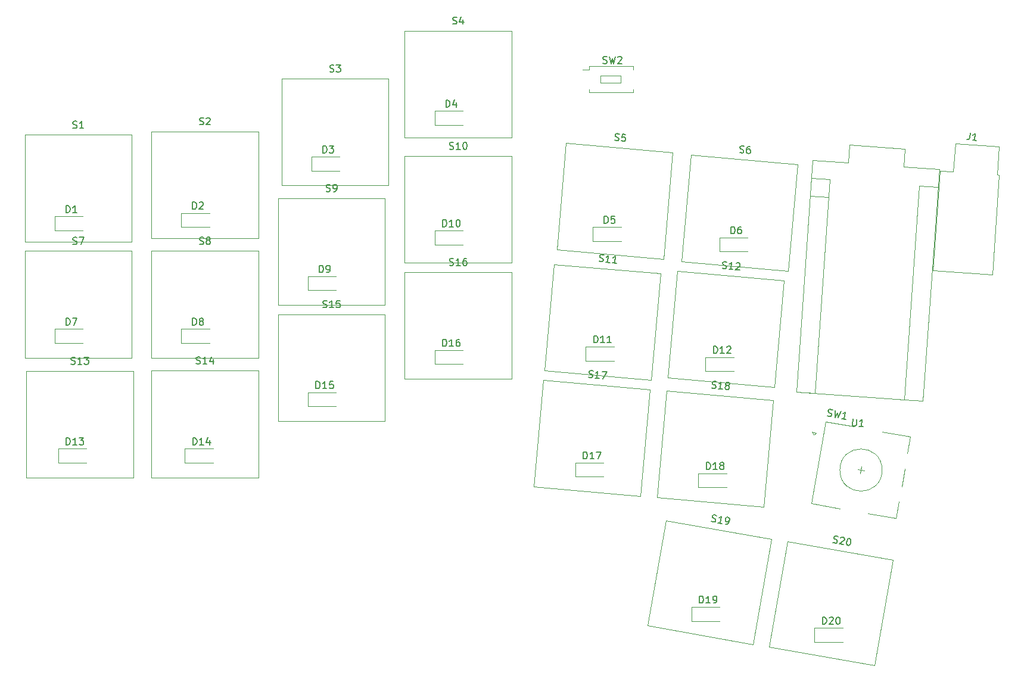
<source format=gbr>
%TF.GenerationSoftware,KiCad,Pcbnew,9.0.6-1.fc43*%
%TF.CreationDate,2026-01-15T13:21:32-05:00*%
%TF.ProjectId,Left,4c656674-2e6b-4696-9361-645f70636258,rev?*%
%TF.SameCoordinates,Original*%
%TF.FileFunction,Legend,Top*%
%TF.FilePolarity,Positive*%
%FSLAX46Y46*%
G04 Gerber Fmt 4.6, Leading zero omitted, Abs format (unit mm)*
G04 Created by KiCad (PCBNEW 9.0.6-1.fc43) date 2026-01-15 13:21:32*
%MOMM*%
%LPD*%
G01*
G04 APERTURE LIST*
%ADD10C,0.150000*%
%ADD11C,0.120000*%
G04 APERTURE END LIST*
D10*
X229261905Y-80454819D02*
X229261905Y-79454819D01*
X229261905Y-79454819D02*
X229500000Y-79454819D01*
X229500000Y-79454819D02*
X229642857Y-79502438D01*
X229642857Y-79502438D02*
X229738095Y-79597676D01*
X229738095Y-79597676D02*
X229785714Y-79692914D01*
X229785714Y-79692914D02*
X229833333Y-79883390D01*
X229833333Y-79883390D02*
X229833333Y-80026247D01*
X229833333Y-80026247D02*
X229785714Y-80216723D01*
X229785714Y-80216723D02*
X229738095Y-80311961D01*
X229738095Y-80311961D02*
X229642857Y-80407200D01*
X229642857Y-80407200D02*
X229500000Y-80454819D01*
X229500000Y-80454819D02*
X229261905Y-80454819D01*
X230738095Y-79454819D02*
X230261905Y-79454819D01*
X230261905Y-79454819D02*
X230214286Y-79931009D01*
X230214286Y-79931009D02*
X230261905Y-79883390D01*
X230261905Y-79883390D02*
X230357143Y-79835771D01*
X230357143Y-79835771D02*
X230595238Y-79835771D01*
X230595238Y-79835771D02*
X230690476Y-79883390D01*
X230690476Y-79883390D02*
X230738095Y-79931009D01*
X230738095Y-79931009D02*
X230785714Y-80026247D01*
X230785714Y-80026247D02*
X230785714Y-80264342D01*
X230785714Y-80264342D02*
X230738095Y-80359580D01*
X230738095Y-80359580D02*
X230690476Y-80407200D01*
X230690476Y-80407200D02*
X230595238Y-80454819D01*
X230595238Y-80454819D02*
X230357143Y-80454819D01*
X230357143Y-80454819D02*
X230261905Y-80407200D01*
X230261905Y-80407200D02*
X230214286Y-80359580D01*
X206285714Y-80954819D02*
X206285714Y-79954819D01*
X206285714Y-79954819D02*
X206523809Y-79954819D01*
X206523809Y-79954819D02*
X206666666Y-80002438D01*
X206666666Y-80002438D02*
X206761904Y-80097676D01*
X206761904Y-80097676D02*
X206809523Y-80192914D01*
X206809523Y-80192914D02*
X206857142Y-80383390D01*
X206857142Y-80383390D02*
X206857142Y-80526247D01*
X206857142Y-80526247D02*
X206809523Y-80716723D01*
X206809523Y-80716723D02*
X206761904Y-80811961D01*
X206761904Y-80811961D02*
X206666666Y-80907200D01*
X206666666Y-80907200D02*
X206523809Y-80954819D01*
X206523809Y-80954819D02*
X206285714Y-80954819D01*
X207809523Y-80954819D02*
X207238095Y-80954819D01*
X207523809Y-80954819D02*
X207523809Y-79954819D01*
X207523809Y-79954819D02*
X207428571Y-80097676D01*
X207428571Y-80097676D02*
X207333333Y-80192914D01*
X207333333Y-80192914D02*
X207238095Y-80240533D01*
X208428571Y-79954819D02*
X208523809Y-79954819D01*
X208523809Y-79954819D02*
X208619047Y-80002438D01*
X208619047Y-80002438D02*
X208666666Y-80050057D01*
X208666666Y-80050057D02*
X208714285Y-80145295D01*
X208714285Y-80145295D02*
X208761904Y-80335771D01*
X208761904Y-80335771D02*
X208761904Y-80573866D01*
X208761904Y-80573866D02*
X208714285Y-80764342D01*
X208714285Y-80764342D02*
X208666666Y-80859580D01*
X208666666Y-80859580D02*
X208619047Y-80907200D01*
X208619047Y-80907200D02*
X208523809Y-80954819D01*
X208523809Y-80954819D02*
X208428571Y-80954819D01*
X208428571Y-80954819D02*
X208333333Y-80907200D01*
X208333333Y-80907200D02*
X208285714Y-80859580D01*
X208285714Y-80859580D02*
X208238095Y-80764342D01*
X208238095Y-80764342D02*
X208190476Y-80573866D01*
X208190476Y-80573866D02*
X208190476Y-80335771D01*
X208190476Y-80335771D02*
X208238095Y-80145295D01*
X208238095Y-80145295D02*
X208285714Y-80050057D01*
X208285714Y-80050057D02*
X208333333Y-80002438D01*
X208333333Y-80002438D02*
X208428571Y-79954819D01*
X246036457Y-86852634D02*
X246174620Y-86912523D01*
X246174620Y-86912523D02*
X246411810Y-86933274D01*
X246411810Y-86933274D02*
X246510836Y-86894137D01*
X246510836Y-86894137D02*
X246562424Y-86850849D01*
X246562424Y-86850849D02*
X246618162Y-86760124D01*
X246618162Y-86760124D02*
X246626463Y-86665248D01*
X246626463Y-86665248D02*
X246587325Y-86566222D01*
X246587325Y-86566222D02*
X246544038Y-86514634D01*
X246544038Y-86514634D02*
X246453312Y-86458896D01*
X246453312Y-86458896D02*
X246267711Y-86394857D01*
X246267711Y-86394857D02*
X246176986Y-86339118D01*
X246176986Y-86339118D02*
X246133698Y-86287530D01*
X246133698Y-86287530D02*
X246094561Y-86188504D01*
X246094561Y-86188504D02*
X246102862Y-86093628D01*
X246102862Y-86093628D02*
X246158600Y-86002903D01*
X246158600Y-86002903D02*
X246210188Y-85959615D01*
X246210188Y-85959615D02*
X246309214Y-85920478D01*
X246309214Y-85920478D02*
X246546403Y-85941230D01*
X246546403Y-85941230D02*
X246684567Y-86001118D01*
X247550318Y-87032881D02*
X246981064Y-86983077D01*
X247265691Y-87007979D02*
X247352847Y-86011784D01*
X247352847Y-86011784D02*
X247245520Y-86145797D01*
X247245520Y-86145797D02*
X247142344Y-86232372D01*
X247142344Y-86232372D02*
X247043318Y-86271510D01*
X248008676Y-86164764D02*
X248060264Y-86121476D01*
X248060264Y-86121476D02*
X248159290Y-86082339D01*
X248159290Y-86082339D02*
X248396479Y-86103090D01*
X248396479Y-86103090D02*
X248487205Y-86158829D01*
X248487205Y-86158829D02*
X248530492Y-86210417D01*
X248530492Y-86210417D02*
X248569629Y-86309443D01*
X248569629Y-86309443D02*
X248561329Y-86404318D01*
X248561329Y-86404318D02*
X248501440Y-86542482D01*
X248501440Y-86542482D02*
X247882383Y-87061932D01*
X247882383Y-87061932D02*
X248499075Y-87115886D01*
X152761905Y-94954819D02*
X152761905Y-93954819D01*
X152761905Y-93954819D02*
X153000000Y-93954819D01*
X153000000Y-93954819D02*
X153142857Y-94002438D01*
X153142857Y-94002438D02*
X153238095Y-94097676D01*
X153238095Y-94097676D02*
X153285714Y-94192914D01*
X153285714Y-94192914D02*
X153333333Y-94383390D01*
X153333333Y-94383390D02*
X153333333Y-94526247D01*
X153333333Y-94526247D02*
X153285714Y-94716723D01*
X153285714Y-94716723D02*
X153238095Y-94811961D01*
X153238095Y-94811961D02*
X153142857Y-94907200D01*
X153142857Y-94907200D02*
X153000000Y-94954819D01*
X153000000Y-94954819D02*
X152761905Y-94954819D01*
X153666667Y-93954819D02*
X154333333Y-93954819D01*
X154333333Y-93954819D02*
X153904762Y-94954819D01*
X206285714Y-97954819D02*
X206285714Y-96954819D01*
X206285714Y-96954819D02*
X206523809Y-96954819D01*
X206523809Y-96954819D02*
X206666666Y-97002438D01*
X206666666Y-97002438D02*
X206761904Y-97097676D01*
X206761904Y-97097676D02*
X206809523Y-97192914D01*
X206809523Y-97192914D02*
X206857142Y-97383390D01*
X206857142Y-97383390D02*
X206857142Y-97526247D01*
X206857142Y-97526247D02*
X206809523Y-97716723D01*
X206809523Y-97716723D02*
X206761904Y-97811961D01*
X206761904Y-97811961D02*
X206666666Y-97907200D01*
X206666666Y-97907200D02*
X206523809Y-97954819D01*
X206523809Y-97954819D02*
X206285714Y-97954819D01*
X207809523Y-97954819D02*
X207238095Y-97954819D01*
X207523809Y-97954819D02*
X207523809Y-96954819D01*
X207523809Y-96954819D02*
X207428571Y-97097676D01*
X207428571Y-97097676D02*
X207333333Y-97192914D01*
X207333333Y-97192914D02*
X207238095Y-97240533D01*
X208666666Y-96954819D02*
X208476190Y-96954819D01*
X208476190Y-96954819D02*
X208380952Y-97002438D01*
X208380952Y-97002438D02*
X208333333Y-97050057D01*
X208333333Y-97050057D02*
X208238095Y-97192914D01*
X208238095Y-97192914D02*
X208190476Y-97383390D01*
X208190476Y-97383390D02*
X208190476Y-97764342D01*
X208190476Y-97764342D02*
X208238095Y-97859580D01*
X208238095Y-97859580D02*
X208285714Y-97907200D01*
X208285714Y-97907200D02*
X208380952Y-97954819D01*
X208380952Y-97954819D02*
X208571428Y-97954819D01*
X208571428Y-97954819D02*
X208666666Y-97907200D01*
X208666666Y-97907200D02*
X208714285Y-97859580D01*
X208714285Y-97859580D02*
X208761904Y-97764342D01*
X208761904Y-97764342D02*
X208761904Y-97526247D01*
X208761904Y-97526247D02*
X208714285Y-97431009D01*
X208714285Y-97431009D02*
X208666666Y-97383390D01*
X208666666Y-97383390D02*
X208571428Y-97335771D01*
X208571428Y-97335771D02*
X208380952Y-97335771D01*
X208380952Y-97335771D02*
X208285714Y-97383390D01*
X208285714Y-97383390D02*
X208238095Y-97431009D01*
X208238095Y-97431009D02*
X208190476Y-97526247D01*
X261772839Y-125822750D02*
X261905256Y-125894453D01*
X261905256Y-125894453D02*
X262139734Y-125935798D01*
X262139734Y-125935798D02*
X262241795Y-125905440D01*
X262241795Y-125905440D02*
X262296959Y-125866813D01*
X262296959Y-125866813D02*
X262360393Y-125781291D01*
X262360393Y-125781291D02*
X262376931Y-125687500D01*
X262376931Y-125687500D02*
X262346573Y-125585440D01*
X262346573Y-125585440D02*
X262307946Y-125530275D01*
X262307946Y-125530275D02*
X262222424Y-125466842D01*
X262222424Y-125466842D02*
X262043111Y-125386870D01*
X262043111Y-125386870D02*
X261957588Y-125323437D01*
X261957588Y-125323437D02*
X261918962Y-125268272D01*
X261918962Y-125268272D02*
X261888604Y-125166212D01*
X261888604Y-125166212D02*
X261905142Y-125072421D01*
X261905142Y-125072421D02*
X261968575Y-124986898D01*
X261968575Y-124986898D02*
X262023740Y-124948272D01*
X262023740Y-124948272D02*
X262125800Y-124917914D01*
X262125800Y-124917914D02*
X262360278Y-124959259D01*
X262360278Y-124959259D02*
X262492696Y-125030961D01*
X262859592Y-125144009D02*
X262914757Y-125105382D01*
X262914757Y-125105382D02*
X263016817Y-125075024D01*
X263016817Y-125075024D02*
X263251295Y-125116369D01*
X263251295Y-125116369D02*
X263336817Y-125179803D01*
X263336817Y-125179803D02*
X263375444Y-125234967D01*
X263375444Y-125234967D02*
X263405801Y-125337027D01*
X263405801Y-125337027D02*
X263389264Y-125430819D01*
X263389264Y-125430819D02*
X263317561Y-125563236D01*
X263317561Y-125563236D02*
X262655586Y-126026756D01*
X262655586Y-126026756D02*
X263265229Y-126134253D01*
X264048520Y-125256941D02*
X264142311Y-125273479D01*
X264142311Y-125273479D02*
X264227834Y-125336913D01*
X264227834Y-125336913D02*
X264266460Y-125392077D01*
X264266460Y-125392077D02*
X264296818Y-125494138D01*
X264296818Y-125494138D02*
X264310638Y-125689989D01*
X264310638Y-125689989D02*
X264269293Y-125924467D01*
X264269293Y-125924467D02*
X264189322Y-126103781D01*
X264189322Y-126103781D02*
X264125888Y-126189303D01*
X264125888Y-126189303D02*
X264070723Y-126227929D01*
X264070723Y-126227929D02*
X263968663Y-126258287D01*
X263968663Y-126258287D02*
X263874872Y-126241749D01*
X263874872Y-126241749D02*
X263789350Y-126178316D01*
X263789350Y-126178316D02*
X263750723Y-126123151D01*
X263750723Y-126123151D02*
X263720365Y-126021091D01*
X263720365Y-126021091D02*
X263706546Y-125825240D01*
X263706546Y-125825240D02*
X263747891Y-125590761D01*
X263747891Y-125590761D02*
X263827862Y-125411448D01*
X263827862Y-125411448D02*
X263891295Y-125325926D01*
X263891295Y-125325926D02*
X263946460Y-125287299D01*
X263946460Y-125287299D02*
X264048520Y-125256941D01*
X189261905Y-70454819D02*
X189261905Y-69454819D01*
X189261905Y-69454819D02*
X189500000Y-69454819D01*
X189500000Y-69454819D02*
X189642857Y-69502438D01*
X189642857Y-69502438D02*
X189738095Y-69597676D01*
X189738095Y-69597676D02*
X189785714Y-69692914D01*
X189785714Y-69692914D02*
X189833333Y-69883390D01*
X189833333Y-69883390D02*
X189833333Y-70026247D01*
X189833333Y-70026247D02*
X189785714Y-70216723D01*
X189785714Y-70216723D02*
X189738095Y-70311961D01*
X189738095Y-70311961D02*
X189642857Y-70407200D01*
X189642857Y-70407200D02*
X189500000Y-70454819D01*
X189500000Y-70454819D02*
X189261905Y-70454819D01*
X190166667Y-69454819D02*
X190785714Y-69454819D01*
X190785714Y-69454819D02*
X190452381Y-69835771D01*
X190452381Y-69835771D02*
X190595238Y-69835771D01*
X190595238Y-69835771D02*
X190690476Y-69883390D01*
X190690476Y-69883390D02*
X190738095Y-69931009D01*
X190738095Y-69931009D02*
X190785714Y-70026247D01*
X190785714Y-70026247D02*
X190785714Y-70264342D01*
X190785714Y-70264342D02*
X190738095Y-70359580D01*
X190738095Y-70359580D02*
X190690476Y-70407200D01*
X190690476Y-70407200D02*
X190595238Y-70454819D01*
X190595238Y-70454819D02*
X190309524Y-70454819D01*
X190309524Y-70454819D02*
X190214286Y-70407200D01*
X190214286Y-70407200D02*
X190166667Y-70359580D01*
X247261905Y-81954819D02*
X247261905Y-80954819D01*
X247261905Y-80954819D02*
X247500000Y-80954819D01*
X247500000Y-80954819D02*
X247642857Y-81002438D01*
X247642857Y-81002438D02*
X247738095Y-81097676D01*
X247738095Y-81097676D02*
X247785714Y-81192914D01*
X247785714Y-81192914D02*
X247833333Y-81383390D01*
X247833333Y-81383390D02*
X247833333Y-81526247D01*
X247833333Y-81526247D02*
X247785714Y-81716723D01*
X247785714Y-81716723D02*
X247738095Y-81811961D01*
X247738095Y-81811961D02*
X247642857Y-81907200D01*
X247642857Y-81907200D02*
X247500000Y-81954819D01*
X247500000Y-81954819D02*
X247261905Y-81954819D01*
X248690476Y-80954819D02*
X248500000Y-80954819D01*
X248500000Y-80954819D02*
X248404762Y-81002438D01*
X248404762Y-81002438D02*
X248357143Y-81050057D01*
X248357143Y-81050057D02*
X248261905Y-81192914D01*
X248261905Y-81192914D02*
X248214286Y-81383390D01*
X248214286Y-81383390D02*
X248214286Y-81764342D01*
X248214286Y-81764342D02*
X248261905Y-81859580D01*
X248261905Y-81859580D02*
X248309524Y-81907200D01*
X248309524Y-81907200D02*
X248404762Y-81954819D01*
X248404762Y-81954819D02*
X248595238Y-81954819D01*
X248595238Y-81954819D02*
X248690476Y-81907200D01*
X248690476Y-81907200D02*
X248738095Y-81859580D01*
X248738095Y-81859580D02*
X248785714Y-81764342D01*
X248785714Y-81764342D02*
X248785714Y-81526247D01*
X248785714Y-81526247D02*
X248738095Y-81431009D01*
X248738095Y-81431009D02*
X248690476Y-81383390D01*
X248690476Y-81383390D02*
X248595238Y-81335771D01*
X248595238Y-81335771D02*
X248404762Y-81335771D01*
X248404762Y-81335771D02*
X248309524Y-81383390D01*
X248309524Y-81383390D02*
X248261905Y-81431009D01*
X248261905Y-81431009D02*
X248214286Y-81526247D01*
X188285714Y-103954819D02*
X188285714Y-102954819D01*
X188285714Y-102954819D02*
X188523809Y-102954819D01*
X188523809Y-102954819D02*
X188666666Y-103002438D01*
X188666666Y-103002438D02*
X188761904Y-103097676D01*
X188761904Y-103097676D02*
X188809523Y-103192914D01*
X188809523Y-103192914D02*
X188857142Y-103383390D01*
X188857142Y-103383390D02*
X188857142Y-103526247D01*
X188857142Y-103526247D02*
X188809523Y-103716723D01*
X188809523Y-103716723D02*
X188761904Y-103811961D01*
X188761904Y-103811961D02*
X188666666Y-103907200D01*
X188666666Y-103907200D02*
X188523809Y-103954819D01*
X188523809Y-103954819D02*
X188285714Y-103954819D01*
X189809523Y-103954819D02*
X189238095Y-103954819D01*
X189523809Y-103954819D02*
X189523809Y-102954819D01*
X189523809Y-102954819D02*
X189428571Y-103097676D01*
X189428571Y-103097676D02*
X189333333Y-103192914D01*
X189333333Y-103192914D02*
X189238095Y-103240533D01*
X190714285Y-102954819D02*
X190238095Y-102954819D01*
X190238095Y-102954819D02*
X190190476Y-103431009D01*
X190190476Y-103431009D02*
X190238095Y-103383390D01*
X190238095Y-103383390D02*
X190333333Y-103335771D01*
X190333333Y-103335771D02*
X190571428Y-103335771D01*
X190571428Y-103335771D02*
X190666666Y-103383390D01*
X190666666Y-103383390D02*
X190714285Y-103431009D01*
X190714285Y-103431009D02*
X190761904Y-103526247D01*
X190761904Y-103526247D02*
X190761904Y-103764342D01*
X190761904Y-103764342D02*
X190714285Y-103859580D01*
X190714285Y-103859580D02*
X190666666Y-103907200D01*
X190666666Y-103907200D02*
X190571428Y-103954819D01*
X190571428Y-103954819D02*
X190333333Y-103954819D01*
X190333333Y-103954819D02*
X190238095Y-103907200D01*
X190238095Y-103907200D02*
X190190476Y-103859580D01*
X227015528Y-102331991D02*
X227153691Y-102391880D01*
X227153691Y-102391880D02*
X227390881Y-102412631D01*
X227390881Y-102412631D02*
X227489907Y-102373494D01*
X227489907Y-102373494D02*
X227541495Y-102330206D01*
X227541495Y-102330206D02*
X227597233Y-102239481D01*
X227597233Y-102239481D02*
X227605534Y-102144605D01*
X227605534Y-102144605D02*
X227566396Y-102045579D01*
X227566396Y-102045579D02*
X227523109Y-101993991D01*
X227523109Y-101993991D02*
X227432383Y-101938253D01*
X227432383Y-101938253D02*
X227246782Y-101874214D01*
X227246782Y-101874214D02*
X227156057Y-101818475D01*
X227156057Y-101818475D02*
X227112769Y-101766887D01*
X227112769Y-101766887D02*
X227073632Y-101667861D01*
X227073632Y-101667861D02*
X227081933Y-101572985D01*
X227081933Y-101572985D02*
X227137671Y-101482260D01*
X227137671Y-101482260D02*
X227189259Y-101438972D01*
X227189259Y-101438972D02*
X227288285Y-101399835D01*
X227288285Y-101399835D02*
X227525474Y-101420587D01*
X227525474Y-101420587D02*
X227663638Y-101480475D01*
X228529389Y-102512238D02*
X227960135Y-102462434D01*
X228244762Y-102487336D02*
X228331918Y-101491141D01*
X228331918Y-101491141D02*
X228224591Y-101625154D01*
X228224591Y-101625154D02*
X228121415Y-101711729D01*
X228121415Y-101711729D02*
X228022389Y-101750867D01*
X228948610Y-101545095D02*
X229612739Y-101603199D01*
X229612739Y-101603199D02*
X229098643Y-102562041D01*
X207261905Y-69907200D02*
X207404762Y-69954819D01*
X207404762Y-69954819D02*
X207642857Y-69954819D01*
X207642857Y-69954819D02*
X207738095Y-69907200D01*
X207738095Y-69907200D02*
X207785714Y-69859580D01*
X207785714Y-69859580D02*
X207833333Y-69764342D01*
X207833333Y-69764342D02*
X207833333Y-69669104D01*
X207833333Y-69669104D02*
X207785714Y-69573866D01*
X207785714Y-69573866D02*
X207738095Y-69526247D01*
X207738095Y-69526247D02*
X207642857Y-69478628D01*
X207642857Y-69478628D02*
X207452381Y-69431009D01*
X207452381Y-69431009D02*
X207357143Y-69383390D01*
X207357143Y-69383390D02*
X207309524Y-69335771D01*
X207309524Y-69335771D02*
X207261905Y-69240533D01*
X207261905Y-69240533D02*
X207261905Y-69145295D01*
X207261905Y-69145295D02*
X207309524Y-69050057D01*
X207309524Y-69050057D02*
X207357143Y-69002438D01*
X207357143Y-69002438D02*
X207452381Y-68954819D01*
X207452381Y-68954819D02*
X207690476Y-68954819D01*
X207690476Y-68954819D02*
X207833333Y-69002438D01*
X208785714Y-69954819D02*
X208214286Y-69954819D01*
X208500000Y-69954819D02*
X208500000Y-68954819D01*
X208500000Y-68954819D02*
X208404762Y-69097676D01*
X208404762Y-69097676D02*
X208309524Y-69192914D01*
X208309524Y-69192914D02*
X208214286Y-69240533D01*
X209404762Y-68954819D02*
X209500000Y-68954819D01*
X209500000Y-68954819D02*
X209595238Y-69002438D01*
X209595238Y-69002438D02*
X209642857Y-69050057D01*
X209642857Y-69050057D02*
X209690476Y-69145295D01*
X209690476Y-69145295D02*
X209738095Y-69335771D01*
X209738095Y-69335771D02*
X209738095Y-69573866D01*
X209738095Y-69573866D02*
X209690476Y-69764342D01*
X209690476Y-69764342D02*
X209642857Y-69859580D01*
X209642857Y-69859580D02*
X209595238Y-69907200D01*
X209595238Y-69907200D02*
X209500000Y-69954819D01*
X209500000Y-69954819D02*
X209404762Y-69954819D01*
X209404762Y-69954819D02*
X209309524Y-69907200D01*
X209309524Y-69907200D02*
X209261905Y-69859580D01*
X209261905Y-69859580D02*
X209214286Y-69764342D01*
X209214286Y-69764342D02*
X209166667Y-69573866D01*
X209166667Y-69573866D02*
X209166667Y-69335771D01*
X209166667Y-69335771D02*
X209214286Y-69145295D01*
X209214286Y-69145295D02*
X209261905Y-69050057D01*
X209261905Y-69050057D02*
X209309524Y-69002438D01*
X209309524Y-69002438D02*
X209404762Y-68954819D01*
X227785714Y-97454819D02*
X227785714Y-96454819D01*
X227785714Y-96454819D02*
X228023809Y-96454819D01*
X228023809Y-96454819D02*
X228166666Y-96502438D01*
X228166666Y-96502438D02*
X228261904Y-96597676D01*
X228261904Y-96597676D02*
X228309523Y-96692914D01*
X228309523Y-96692914D02*
X228357142Y-96883390D01*
X228357142Y-96883390D02*
X228357142Y-97026247D01*
X228357142Y-97026247D02*
X228309523Y-97216723D01*
X228309523Y-97216723D02*
X228261904Y-97311961D01*
X228261904Y-97311961D02*
X228166666Y-97407200D01*
X228166666Y-97407200D02*
X228023809Y-97454819D01*
X228023809Y-97454819D02*
X227785714Y-97454819D01*
X229309523Y-97454819D02*
X228738095Y-97454819D01*
X229023809Y-97454819D02*
X229023809Y-96454819D01*
X229023809Y-96454819D02*
X228928571Y-96597676D01*
X228928571Y-96597676D02*
X228833333Y-96692914D01*
X228833333Y-96692914D02*
X228738095Y-96740533D01*
X230261904Y-97454819D02*
X229690476Y-97454819D01*
X229976190Y-97454819D02*
X229976190Y-96454819D01*
X229976190Y-96454819D02*
X229880952Y-96597676D01*
X229880952Y-96597676D02*
X229785714Y-96692914D01*
X229785714Y-96692914D02*
X229690476Y-96740533D01*
X243785714Y-115454819D02*
X243785714Y-114454819D01*
X243785714Y-114454819D02*
X244023809Y-114454819D01*
X244023809Y-114454819D02*
X244166666Y-114502438D01*
X244166666Y-114502438D02*
X244261904Y-114597676D01*
X244261904Y-114597676D02*
X244309523Y-114692914D01*
X244309523Y-114692914D02*
X244357142Y-114883390D01*
X244357142Y-114883390D02*
X244357142Y-115026247D01*
X244357142Y-115026247D02*
X244309523Y-115216723D01*
X244309523Y-115216723D02*
X244261904Y-115311961D01*
X244261904Y-115311961D02*
X244166666Y-115407200D01*
X244166666Y-115407200D02*
X244023809Y-115454819D01*
X244023809Y-115454819D02*
X243785714Y-115454819D01*
X245309523Y-115454819D02*
X244738095Y-115454819D01*
X245023809Y-115454819D02*
X245023809Y-114454819D01*
X245023809Y-114454819D02*
X244928571Y-114597676D01*
X244928571Y-114597676D02*
X244833333Y-114692914D01*
X244833333Y-114692914D02*
X244738095Y-114740533D01*
X245880952Y-114883390D02*
X245785714Y-114835771D01*
X245785714Y-114835771D02*
X245738095Y-114788152D01*
X245738095Y-114788152D02*
X245690476Y-114692914D01*
X245690476Y-114692914D02*
X245690476Y-114645295D01*
X245690476Y-114645295D02*
X245738095Y-114550057D01*
X245738095Y-114550057D02*
X245785714Y-114502438D01*
X245785714Y-114502438D02*
X245880952Y-114454819D01*
X245880952Y-114454819D02*
X246071428Y-114454819D01*
X246071428Y-114454819D02*
X246166666Y-114502438D01*
X246166666Y-114502438D02*
X246214285Y-114550057D01*
X246214285Y-114550057D02*
X246261904Y-114645295D01*
X246261904Y-114645295D02*
X246261904Y-114692914D01*
X246261904Y-114692914D02*
X246214285Y-114788152D01*
X246214285Y-114788152D02*
X246166666Y-114835771D01*
X246166666Y-114835771D02*
X246071428Y-114883390D01*
X246071428Y-114883390D02*
X245880952Y-114883390D01*
X245880952Y-114883390D02*
X245785714Y-114931009D01*
X245785714Y-114931009D02*
X245738095Y-114978628D01*
X245738095Y-114978628D02*
X245690476Y-115073866D01*
X245690476Y-115073866D02*
X245690476Y-115264342D01*
X245690476Y-115264342D02*
X245738095Y-115359580D01*
X245738095Y-115359580D02*
X245785714Y-115407200D01*
X245785714Y-115407200D02*
X245880952Y-115454819D01*
X245880952Y-115454819D02*
X246071428Y-115454819D01*
X246071428Y-115454819D02*
X246166666Y-115407200D01*
X246166666Y-115407200D02*
X246214285Y-115359580D01*
X246214285Y-115359580D02*
X246261904Y-115264342D01*
X246261904Y-115264342D02*
X246261904Y-115073866D01*
X246261904Y-115073866D02*
X246214285Y-114978628D01*
X246214285Y-114978628D02*
X246166666Y-114931009D01*
X246166666Y-114931009D02*
X246071428Y-114883390D01*
X230745945Y-68660700D02*
X230884108Y-68720588D01*
X230884108Y-68720588D02*
X231121298Y-68741340D01*
X231121298Y-68741340D02*
X231220324Y-68702202D01*
X231220324Y-68702202D02*
X231271912Y-68658915D01*
X231271912Y-68658915D02*
X231327650Y-68568189D01*
X231327650Y-68568189D02*
X231335951Y-68473314D01*
X231335951Y-68473314D02*
X231296813Y-68374288D01*
X231296813Y-68374288D02*
X231253526Y-68322700D01*
X231253526Y-68322700D02*
X231162800Y-68266961D01*
X231162800Y-68266961D02*
X230977199Y-68202922D01*
X230977199Y-68202922D02*
X230886474Y-68147184D01*
X230886474Y-68147184D02*
X230843186Y-68095596D01*
X230843186Y-68095596D02*
X230804049Y-67996570D01*
X230804049Y-67996570D02*
X230812350Y-67901694D01*
X230812350Y-67901694D02*
X230868088Y-67810969D01*
X230868088Y-67810969D02*
X230919676Y-67767681D01*
X230919676Y-67767681D02*
X231018702Y-67728544D01*
X231018702Y-67728544D02*
X231255891Y-67749295D01*
X231255891Y-67749295D02*
X231394054Y-67809184D01*
X232299524Y-67840601D02*
X231825145Y-67799098D01*
X231825145Y-67799098D02*
X231736205Y-68269327D01*
X231736205Y-68269327D02*
X231787793Y-68226039D01*
X231787793Y-68226039D02*
X231886819Y-68186902D01*
X231886819Y-68186902D02*
X232124008Y-68207653D01*
X232124008Y-68207653D02*
X232214733Y-68263392D01*
X232214733Y-68263392D02*
X232258021Y-68314980D01*
X232258021Y-68314980D02*
X232297158Y-68414006D01*
X232297158Y-68414006D02*
X232276407Y-68651195D01*
X232276407Y-68651195D02*
X232220669Y-68741920D01*
X232220669Y-68741920D02*
X232169080Y-68785208D01*
X232169080Y-68785208D02*
X232070055Y-68824345D01*
X232070055Y-68824345D02*
X231832865Y-68803594D01*
X231832865Y-68803594D02*
X231742140Y-68747855D01*
X231742140Y-68747855D02*
X231698852Y-68696267D01*
X153738095Y-66907200D02*
X153880952Y-66954819D01*
X153880952Y-66954819D02*
X154119047Y-66954819D01*
X154119047Y-66954819D02*
X154214285Y-66907200D01*
X154214285Y-66907200D02*
X154261904Y-66859580D01*
X154261904Y-66859580D02*
X154309523Y-66764342D01*
X154309523Y-66764342D02*
X154309523Y-66669104D01*
X154309523Y-66669104D02*
X154261904Y-66573866D01*
X154261904Y-66573866D02*
X154214285Y-66526247D01*
X154214285Y-66526247D02*
X154119047Y-66478628D01*
X154119047Y-66478628D02*
X153928571Y-66431009D01*
X153928571Y-66431009D02*
X153833333Y-66383390D01*
X153833333Y-66383390D02*
X153785714Y-66335771D01*
X153785714Y-66335771D02*
X153738095Y-66240533D01*
X153738095Y-66240533D02*
X153738095Y-66145295D01*
X153738095Y-66145295D02*
X153785714Y-66050057D01*
X153785714Y-66050057D02*
X153833333Y-66002438D01*
X153833333Y-66002438D02*
X153928571Y-65954819D01*
X153928571Y-65954819D02*
X154166666Y-65954819D01*
X154166666Y-65954819D02*
X154309523Y-66002438D01*
X155261904Y-66954819D02*
X154690476Y-66954819D01*
X154976190Y-66954819D02*
X154976190Y-65954819D01*
X154976190Y-65954819D02*
X154880952Y-66097676D01*
X154880952Y-66097676D02*
X154785714Y-66192914D01*
X154785714Y-66192914D02*
X154690476Y-66240533D01*
X170761905Y-94954819D02*
X170761905Y-93954819D01*
X170761905Y-93954819D02*
X171000000Y-93954819D01*
X171000000Y-93954819D02*
X171142857Y-94002438D01*
X171142857Y-94002438D02*
X171238095Y-94097676D01*
X171238095Y-94097676D02*
X171285714Y-94192914D01*
X171285714Y-94192914D02*
X171333333Y-94383390D01*
X171333333Y-94383390D02*
X171333333Y-94526247D01*
X171333333Y-94526247D02*
X171285714Y-94716723D01*
X171285714Y-94716723D02*
X171238095Y-94811961D01*
X171238095Y-94811961D02*
X171142857Y-94907200D01*
X171142857Y-94907200D02*
X171000000Y-94954819D01*
X171000000Y-94954819D02*
X170761905Y-94954819D01*
X171904762Y-94383390D02*
X171809524Y-94335771D01*
X171809524Y-94335771D02*
X171761905Y-94288152D01*
X171761905Y-94288152D02*
X171714286Y-94192914D01*
X171714286Y-94192914D02*
X171714286Y-94145295D01*
X171714286Y-94145295D02*
X171761905Y-94050057D01*
X171761905Y-94050057D02*
X171809524Y-94002438D01*
X171809524Y-94002438D02*
X171904762Y-93954819D01*
X171904762Y-93954819D02*
X172095238Y-93954819D01*
X172095238Y-93954819D02*
X172190476Y-94002438D01*
X172190476Y-94002438D02*
X172238095Y-94050057D01*
X172238095Y-94050057D02*
X172285714Y-94145295D01*
X172285714Y-94145295D02*
X172285714Y-94192914D01*
X172285714Y-94192914D02*
X172238095Y-94288152D01*
X172238095Y-94288152D02*
X172190476Y-94335771D01*
X172190476Y-94335771D02*
X172095238Y-94383390D01*
X172095238Y-94383390D02*
X171904762Y-94383390D01*
X171904762Y-94383390D02*
X171809524Y-94431009D01*
X171809524Y-94431009D02*
X171761905Y-94478628D01*
X171761905Y-94478628D02*
X171714286Y-94573866D01*
X171714286Y-94573866D02*
X171714286Y-94764342D01*
X171714286Y-94764342D02*
X171761905Y-94859580D01*
X171761905Y-94859580D02*
X171809524Y-94907200D01*
X171809524Y-94907200D02*
X171904762Y-94954819D01*
X171904762Y-94954819D02*
X172095238Y-94954819D01*
X172095238Y-94954819D02*
X172190476Y-94907200D01*
X172190476Y-94907200D02*
X172238095Y-94859580D01*
X172238095Y-94859580D02*
X172285714Y-94764342D01*
X172285714Y-94764342D02*
X172285714Y-94573866D01*
X172285714Y-94573866D02*
X172238095Y-94478628D01*
X172238095Y-94478628D02*
X172190476Y-94431009D01*
X172190476Y-94431009D02*
X172095238Y-94383390D01*
X170785714Y-111954819D02*
X170785714Y-110954819D01*
X170785714Y-110954819D02*
X171023809Y-110954819D01*
X171023809Y-110954819D02*
X171166666Y-111002438D01*
X171166666Y-111002438D02*
X171261904Y-111097676D01*
X171261904Y-111097676D02*
X171309523Y-111192914D01*
X171309523Y-111192914D02*
X171357142Y-111383390D01*
X171357142Y-111383390D02*
X171357142Y-111526247D01*
X171357142Y-111526247D02*
X171309523Y-111716723D01*
X171309523Y-111716723D02*
X171261904Y-111811961D01*
X171261904Y-111811961D02*
X171166666Y-111907200D01*
X171166666Y-111907200D02*
X171023809Y-111954819D01*
X171023809Y-111954819D02*
X170785714Y-111954819D01*
X172309523Y-111954819D02*
X171738095Y-111954819D01*
X172023809Y-111954819D02*
X172023809Y-110954819D01*
X172023809Y-110954819D02*
X171928571Y-111097676D01*
X171928571Y-111097676D02*
X171833333Y-111192914D01*
X171833333Y-111192914D02*
X171738095Y-111240533D01*
X173166666Y-111288152D02*
X173166666Y-111954819D01*
X172928571Y-110907200D02*
X172690476Y-111621485D01*
X172690476Y-111621485D02*
X173309523Y-111621485D01*
X228536457Y-85852634D02*
X228674620Y-85912523D01*
X228674620Y-85912523D02*
X228911810Y-85933274D01*
X228911810Y-85933274D02*
X229010836Y-85894137D01*
X229010836Y-85894137D02*
X229062424Y-85850849D01*
X229062424Y-85850849D02*
X229118162Y-85760124D01*
X229118162Y-85760124D02*
X229126463Y-85665248D01*
X229126463Y-85665248D02*
X229087325Y-85566222D01*
X229087325Y-85566222D02*
X229044038Y-85514634D01*
X229044038Y-85514634D02*
X228953312Y-85458896D01*
X228953312Y-85458896D02*
X228767711Y-85394857D01*
X228767711Y-85394857D02*
X228676986Y-85339118D01*
X228676986Y-85339118D02*
X228633698Y-85287530D01*
X228633698Y-85287530D02*
X228594561Y-85188504D01*
X228594561Y-85188504D02*
X228602862Y-85093628D01*
X228602862Y-85093628D02*
X228658600Y-85002903D01*
X228658600Y-85002903D02*
X228710188Y-84959615D01*
X228710188Y-84959615D02*
X228809214Y-84920478D01*
X228809214Y-84920478D02*
X229046403Y-84941230D01*
X229046403Y-84941230D02*
X229184567Y-85001118D01*
X230050318Y-86032881D02*
X229481064Y-85983077D01*
X229765691Y-86007979D02*
X229852847Y-85011784D01*
X229852847Y-85011784D02*
X229745520Y-85145797D01*
X229745520Y-85145797D02*
X229642344Y-85232372D01*
X229642344Y-85232372D02*
X229543318Y-85271510D01*
X230999075Y-86115886D02*
X230429821Y-86066083D01*
X230714448Y-86090984D02*
X230801604Y-85094790D01*
X230801604Y-85094790D02*
X230694277Y-85228803D01*
X230694277Y-85228803D02*
X230591101Y-85315378D01*
X230591101Y-85315378D02*
X230492075Y-85354515D01*
X244495476Y-122822750D02*
X244627893Y-122894453D01*
X244627893Y-122894453D02*
X244862371Y-122935798D01*
X244862371Y-122935798D02*
X244964432Y-122905440D01*
X244964432Y-122905440D02*
X245019596Y-122866813D01*
X245019596Y-122866813D02*
X245083030Y-122781291D01*
X245083030Y-122781291D02*
X245099568Y-122687500D01*
X245099568Y-122687500D02*
X245069210Y-122585440D01*
X245069210Y-122585440D02*
X245030583Y-122530275D01*
X245030583Y-122530275D02*
X244945061Y-122466842D01*
X244945061Y-122466842D02*
X244765748Y-122386870D01*
X244765748Y-122386870D02*
X244680225Y-122323437D01*
X244680225Y-122323437D02*
X244641599Y-122268272D01*
X244641599Y-122268272D02*
X244611241Y-122166212D01*
X244611241Y-122166212D02*
X244627779Y-122072421D01*
X244627779Y-122072421D02*
X244691212Y-121986898D01*
X244691212Y-121986898D02*
X244746377Y-121948272D01*
X244746377Y-121948272D02*
X244848437Y-121917914D01*
X244848437Y-121917914D02*
X245082915Y-121959259D01*
X245082915Y-121959259D02*
X245215333Y-122030961D01*
X245987866Y-123134253D02*
X245425119Y-123035025D01*
X245706492Y-123084639D02*
X245880141Y-122099831D01*
X245880141Y-122099831D02*
X245761543Y-122223980D01*
X245761543Y-122223980D02*
X245651213Y-122301233D01*
X245651213Y-122301233D02*
X245549153Y-122331591D01*
X246456822Y-123216942D02*
X246644405Y-123250018D01*
X246644405Y-123250018D02*
X246746465Y-123219660D01*
X246746465Y-123219660D02*
X246801629Y-123181034D01*
X246801629Y-123181034D02*
X246920228Y-123056885D01*
X246920228Y-123056885D02*
X247000199Y-122877571D01*
X247000199Y-122877571D02*
X247066351Y-122502407D01*
X247066351Y-122502407D02*
X247035993Y-122400346D01*
X247035993Y-122400346D02*
X246997366Y-122345182D01*
X246997366Y-122345182D02*
X246911844Y-122281748D01*
X246911844Y-122281748D02*
X246724262Y-122248672D01*
X246724262Y-122248672D02*
X246622201Y-122279030D01*
X246622201Y-122279030D02*
X246567037Y-122317657D01*
X246567037Y-122317657D02*
X246503603Y-122403179D01*
X246503603Y-122403179D02*
X246462259Y-122637657D01*
X246462259Y-122637657D02*
X246492616Y-122739717D01*
X246492616Y-122739717D02*
X246531243Y-122794882D01*
X246531243Y-122794882D02*
X246616765Y-122858315D01*
X246616765Y-122858315D02*
X246804348Y-122891391D01*
X246804348Y-122891391D02*
X246906408Y-122861034D01*
X246906408Y-122861034D02*
X246961572Y-122822407D01*
X246961572Y-122822407D02*
X247025006Y-122736885D01*
X264576061Y-108272670D02*
X264519591Y-109080222D01*
X264519591Y-109080222D02*
X264560451Y-109178549D01*
X264560451Y-109178549D02*
X264604632Y-109229374D01*
X264604632Y-109229374D02*
X264696316Y-109283521D01*
X264696316Y-109283521D02*
X264886329Y-109296808D01*
X264886329Y-109296808D02*
X264984656Y-109255948D01*
X264984656Y-109255948D02*
X265035481Y-109211767D01*
X265035481Y-109211767D02*
X265089628Y-109120082D01*
X265089628Y-109120082D02*
X265146097Y-108312531D01*
X266073905Y-109379851D02*
X265503868Y-109339990D01*
X265788886Y-109359921D02*
X265858643Y-108362357D01*
X265858643Y-108362357D02*
X265753672Y-108498222D01*
X265753672Y-108498222D02*
X265652022Y-108586585D01*
X265652022Y-108586585D02*
X265553694Y-108627445D01*
X152785714Y-111954819D02*
X152785714Y-110954819D01*
X152785714Y-110954819D02*
X153023809Y-110954819D01*
X153023809Y-110954819D02*
X153166666Y-111002438D01*
X153166666Y-111002438D02*
X153261904Y-111097676D01*
X153261904Y-111097676D02*
X153309523Y-111192914D01*
X153309523Y-111192914D02*
X153357142Y-111383390D01*
X153357142Y-111383390D02*
X153357142Y-111526247D01*
X153357142Y-111526247D02*
X153309523Y-111716723D01*
X153309523Y-111716723D02*
X153261904Y-111811961D01*
X153261904Y-111811961D02*
X153166666Y-111907200D01*
X153166666Y-111907200D02*
X153023809Y-111954819D01*
X153023809Y-111954819D02*
X152785714Y-111954819D01*
X154309523Y-111954819D02*
X153738095Y-111954819D01*
X154023809Y-111954819D02*
X154023809Y-110954819D01*
X154023809Y-110954819D02*
X153928571Y-111097676D01*
X153928571Y-111097676D02*
X153833333Y-111192914D01*
X153833333Y-111192914D02*
X153738095Y-111240533D01*
X154642857Y-110954819D02*
X155261904Y-110954819D01*
X155261904Y-110954819D02*
X154928571Y-111335771D01*
X154928571Y-111335771D02*
X155071428Y-111335771D01*
X155071428Y-111335771D02*
X155166666Y-111383390D01*
X155166666Y-111383390D02*
X155214285Y-111431009D01*
X155214285Y-111431009D02*
X155261904Y-111526247D01*
X155261904Y-111526247D02*
X155261904Y-111764342D01*
X155261904Y-111764342D02*
X155214285Y-111859580D01*
X155214285Y-111859580D02*
X155166666Y-111907200D01*
X155166666Y-111907200D02*
X155071428Y-111954819D01*
X155071428Y-111954819D02*
X154785714Y-111954819D01*
X154785714Y-111954819D02*
X154690476Y-111907200D01*
X154690476Y-111907200D02*
X154642857Y-111859580D01*
X171738095Y-83407200D02*
X171880952Y-83454819D01*
X171880952Y-83454819D02*
X172119047Y-83454819D01*
X172119047Y-83454819D02*
X172214285Y-83407200D01*
X172214285Y-83407200D02*
X172261904Y-83359580D01*
X172261904Y-83359580D02*
X172309523Y-83264342D01*
X172309523Y-83264342D02*
X172309523Y-83169104D01*
X172309523Y-83169104D02*
X172261904Y-83073866D01*
X172261904Y-83073866D02*
X172214285Y-83026247D01*
X172214285Y-83026247D02*
X172119047Y-82978628D01*
X172119047Y-82978628D02*
X171928571Y-82931009D01*
X171928571Y-82931009D02*
X171833333Y-82883390D01*
X171833333Y-82883390D02*
X171785714Y-82835771D01*
X171785714Y-82835771D02*
X171738095Y-82740533D01*
X171738095Y-82740533D02*
X171738095Y-82645295D01*
X171738095Y-82645295D02*
X171785714Y-82550057D01*
X171785714Y-82550057D02*
X171833333Y-82502438D01*
X171833333Y-82502438D02*
X171928571Y-82454819D01*
X171928571Y-82454819D02*
X172166666Y-82454819D01*
X172166666Y-82454819D02*
X172309523Y-82502438D01*
X172880952Y-82883390D02*
X172785714Y-82835771D01*
X172785714Y-82835771D02*
X172738095Y-82788152D01*
X172738095Y-82788152D02*
X172690476Y-82692914D01*
X172690476Y-82692914D02*
X172690476Y-82645295D01*
X172690476Y-82645295D02*
X172738095Y-82550057D01*
X172738095Y-82550057D02*
X172785714Y-82502438D01*
X172785714Y-82502438D02*
X172880952Y-82454819D01*
X172880952Y-82454819D02*
X173071428Y-82454819D01*
X173071428Y-82454819D02*
X173166666Y-82502438D01*
X173166666Y-82502438D02*
X173214285Y-82550057D01*
X173214285Y-82550057D02*
X173261904Y-82645295D01*
X173261904Y-82645295D02*
X173261904Y-82692914D01*
X173261904Y-82692914D02*
X173214285Y-82788152D01*
X173214285Y-82788152D02*
X173166666Y-82835771D01*
X173166666Y-82835771D02*
X173071428Y-82883390D01*
X173071428Y-82883390D02*
X172880952Y-82883390D01*
X172880952Y-82883390D02*
X172785714Y-82931009D01*
X172785714Y-82931009D02*
X172738095Y-82978628D01*
X172738095Y-82978628D02*
X172690476Y-83073866D01*
X172690476Y-83073866D02*
X172690476Y-83264342D01*
X172690476Y-83264342D02*
X172738095Y-83359580D01*
X172738095Y-83359580D02*
X172785714Y-83407200D01*
X172785714Y-83407200D02*
X172880952Y-83454819D01*
X172880952Y-83454819D02*
X173071428Y-83454819D01*
X173071428Y-83454819D02*
X173166666Y-83407200D01*
X173166666Y-83407200D02*
X173214285Y-83359580D01*
X173214285Y-83359580D02*
X173261904Y-83264342D01*
X173261904Y-83264342D02*
X173261904Y-83073866D01*
X173261904Y-83073866D02*
X173214285Y-82978628D01*
X173214285Y-82978628D02*
X173166666Y-82931009D01*
X173166666Y-82931009D02*
X173071428Y-82883390D01*
X260285714Y-137454819D02*
X260285714Y-136454819D01*
X260285714Y-136454819D02*
X260523809Y-136454819D01*
X260523809Y-136454819D02*
X260666666Y-136502438D01*
X260666666Y-136502438D02*
X260761904Y-136597676D01*
X260761904Y-136597676D02*
X260809523Y-136692914D01*
X260809523Y-136692914D02*
X260857142Y-136883390D01*
X260857142Y-136883390D02*
X260857142Y-137026247D01*
X260857142Y-137026247D02*
X260809523Y-137216723D01*
X260809523Y-137216723D02*
X260761904Y-137311961D01*
X260761904Y-137311961D02*
X260666666Y-137407200D01*
X260666666Y-137407200D02*
X260523809Y-137454819D01*
X260523809Y-137454819D02*
X260285714Y-137454819D01*
X261238095Y-136550057D02*
X261285714Y-136502438D01*
X261285714Y-136502438D02*
X261380952Y-136454819D01*
X261380952Y-136454819D02*
X261619047Y-136454819D01*
X261619047Y-136454819D02*
X261714285Y-136502438D01*
X261714285Y-136502438D02*
X261761904Y-136550057D01*
X261761904Y-136550057D02*
X261809523Y-136645295D01*
X261809523Y-136645295D02*
X261809523Y-136740533D01*
X261809523Y-136740533D02*
X261761904Y-136883390D01*
X261761904Y-136883390D02*
X261190476Y-137454819D01*
X261190476Y-137454819D02*
X261809523Y-137454819D01*
X262428571Y-136454819D02*
X262523809Y-136454819D01*
X262523809Y-136454819D02*
X262619047Y-136502438D01*
X262619047Y-136502438D02*
X262666666Y-136550057D01*
X262666666Y-136550057D02*
X262714285Y-136645295D01*
X262714285Y-136645295D02*
X262761904Y-136835771D01*
X262761904Y-136835771D02*
X262761904Y-137073866D01*
X262761904Y-137073866D02*
X262714285Y-137264342D01*
X262714285Y-137264342D02*
X262666666Y-137359580D01*
X262666666Y-137359580D02*
X262619047Y-137407200D01*
X262619047Y-137407200D02*
X262523809Y-137454819D01*
X262523809Y-137454819D02*
X262428571Y-137454819D01*
X262428571Y-137454819D02*
X262333333Y-137407200D01*
X262333333Y-137407200D02*
X262285714Y-137359580D01*
X262285714Y-137359580D02*
X262238095Y-137264342D01*
X262238095Y-137264342D02*
X262190476Y-137073866D01*
X262190476Y-137073866D02*
X262190476Y-136835771D01*
X262190476Y-136835771D02*
X262238095Y-136645295D01*
X262238095Y-136645295D02*
X262285714Y-136550057D01*
X262285714Y-136550057D02*
X262333333Y-136502438D01*
X262333333Y-136502438D02*
X262428571Y-136454819D01*
X207738095Y-52107200D02*
X207880952Y-52154819D01*
X207880952Y-52154819D02*
X208119047Y-52154819D01*
X208119047Y-52154819D02*
X208214285Y-52107200D01*
X208214285Y-52107200D02*
X208261904Y-52059580D01*
X208261904Y-52059580D02*
X208309523Y-51964342D01*
X208309523Y-51964342D02*
X208309523Y-51869104D01*
X208309523Y-51869104D02*
X208261904Y-51773866D01*
X208261904Y-51773866D02*
X208214285Y-51726247D01*
X208214285Y-51726247D02*
X208119047Y-51678628D01*
X208119047Y-51678628D02*
X207928571Y-51631009D01*
X207928571Y-51631009D02*
X207833333Y-51583390D01*
X207833333Y-51583390D02*
X207785714Y-51535771D01*
X207785714Y-51535771D02*
X207738095Y-51440533D01*
X207738095Y-51440533D02*
X207738095Y-51345295D01*
X207738095Y-51345295D02*
X207785714Y-51250057D01*
X207785714Y-51250057D02*
X207833333Y-51202438D01*
X207833333Y-51202438D02*
X207928571Y-51154819D01*
X207928571Y-51154819D02*
X208166666Y-51154819D01*
X208166666Y-51154819D02*
X208309523Y-51202438D01*
X209166666Y-51488152D02*
X209166666Y-52154819D01*
X208928571Y-51107200D02*
X208690476Y-51821485D01*
X208690476Y-51821485D02*
X209309523Y-51821485D01*
X229086667Y-57707200D02*
X229229524Y-57754819D01*
X229229524Y-57754819D02*
X229467619Y-57754819D01*
X229467619Y-57754819D02*
X229562857Y-57707200D01*
X229562857Y-57707200D02*
X229610476Y-57659580D01*
X229610476Y-57659580D02*
X229658095Y-57564342D01*
X229658095Y-57564342D02*
X229658095Y-57469104D01*
X229658095Y-57469104D02*
X229610476Y-57373866D01*
X229610476Y-57373866D02*
X229562857Y-57326247D01*
X229562857Y-57326247D02*
X229467619Y-57278628D01*
X229467619Y-57278628D02*
X229277143Y-57231009D01*
X229277143Y-57231009D02*
X229181905Y-57183390D01*
X229181905Y-57183390D02*
X229134286Y-57135771D01*
X229134286Y-57135771D02*
X229086667Y-57040533D01*
X229086667Y-57040533D02*
X229086667Y-56945295D01*
X229086667Y-56945295D02*
X229134286Y-56850057D01*
X229134286Y-56850057D02*
X229181905Y-56802438D01*
X229181905Y-56802438D02*
X229277143Y-56754819D01*
X229277143Y-56754819D02*
X229515238Y-56754819D01*
X229515238Y-56754819D02*
X229658095Y-56802438D01*
X229991429Y-56754819D02*
X230229524Y-57754819D01*
X230229524Y-57754819D02*
X230420000Y-57040533D01*
X230420000Y-57040533D02*
X230610476Y-57754819D01*
X230610476Y-57754819D02*
X230848572Y-56754819D01*
X231181905Y-56850057D02*
X231229524Y-56802438D01*
X231229524Y-56802438D02*
X231324762Y-56754819D01*
X231324762Y-56754819D02*
X231562857Y-56754819D01*
X231562857Y-56754819D02*
X231658095Y-56802438D01*
X231658095Y-56802438D02*
X231705714Y-56850057D01*
X231705714Y-56850057D02*
X231753333Y-56945295D01*
X231753333Y-56945295D02*
X231753333Y-57040533D01*
X231753333Y-57040533D02*
X231705714Y-57183390D01*
X231705714Y-57183390D02*
X231134286Y-57754819D01*
X231134286Y-57754819D02*
X231753333Y-57754819D01*
X170761905Y-78454819D02*
X170761905Y-77454819D01*
X170761905Y-77454819D02*
X171000000Y-77454819D01*
X171000000Y-77454819D02*
X171142857Y-77502438D01*
X171142857Y-77502438D02*
X171238095Y-77597676D01*
X171238095Y-77597676D02*
X171285714Y-77692914D01*
X171285714Y-77692914D02*
X171333333Y-77883390D01*
X171333333Y-77883390D02*
X171333333Y-78026247D01*
X171333333Y-78026247D02*
X171285714Y-78216723D01*
X171285714Y-78216723D02*
X171238095Y-78311961D01*
X171238095Y-78311961D02*
X171142857Y-78407200D01*
X171142857Y-78407200D02*
X171000000Y-78454819D01*
X171000000Y-78454819D02*
X170761905Y-78454819D01*
X171714286Y-77550057D02*
X171761905Y-77502438D01*
X171761905Y-77502438D02*
X171857143Y-77454819D01*
X171857143Y-77454819D02*
X172095238Y-77454819D01*
X172095238Y-77454819D02*
X172190476Y-77502438D01*
X172190476Y-77502438D02*
X172238095Y-77550057D01*
X172238095Y-77550057D02*
X172285714Y-77645295D01*
X172285714Y-77645295D02*
X172285714Y-77740533D01*
X172285714Y-77740533D02*
X172238095Y-77883390D01*
X172238095Y-77883390D02*
X171666667Y-78454819D01*
X171666667Y-78454819D02*
X172285714Y-78454819D01*
X248489906Y-70373494D02*
X248628069Y-70433382D01*
X248628069Y-70433382D02*
X248865259Y-70454134D01*
X248865259Y-70454134D02*
X248964285Y-70414996D01*
X248964285Y-70414996D02*
X249015873Y-70371709D01*
X249015873Y-70371709D02*
X249071611Y-70280983D01*
X249071611Y-70280983D02*
X249079912Y-70186108D01*
X249079912Y-70186108D02*
X249040774Y-70087082D01*
X249040774Y-70087082D02*
X248997487Y-70035494D01*
X248997487Y-70035494D02*
X248906761Y-69979755D01*
X248906761Y-69979755D02*
X248721160Y-69915716D01*
X248721160Y-69915716D02*
X248630435Y-69859978D01*
X248630435Y-69859978D02*
X248587147Y-69808390D01*
X248587147Y-69808390D02*
X248548010Y-69709364D01*
X248548010Y-69709364D02*
X248556311Y-69614488D01*
X248556311Y-69614488D02*
X248612049Y-69523763D01*
X248612049Y-69523763D02*
X248663637Y-69480475D01*
X248663637Y-69480475D02*
X248762663Y-69441338D01*
X248762663Y-69441338D02*
X248999852Y-69462089D01*
X248999852Y-69462089D02*
X249138015Y-69521978D01*
X249996047Y-69549245D02*
X249806296Y-69532644D01*
X249806296Y-69532644D02*
X249707270Y-69571781D01*
X249707270Y-69571781D02*
X249655682Y-69615069D01*
X249655682Y-69615069D02*
X249548355Y-69749082D01*
X249548355Y-69749082D02*
X249484316Y-69934683D01*
X249484316Y-69934683D02*
X249451114Y-70314186D01*
X249451114Y-70314186D02*
X249490251Y-70413212D01*
X249490251Y-70413212D02*
X249533539Y-70464800D01*
X249533539Y-70464800D02*
X249624264Y-70520538D01*
X249624264Y-70520538D02*
X249814016Y-70537139D01*
X249814016Y-70537139D02*
X249913041Y-70498002D01*
X249913041Y-70498002D02*
X249964630Y-70454714D01*
X249964630Y-70454714D02*
X250020368Y-70363989D01*
X250020368Y-70363989D02*
X250041119Y-70126800D01*
X250041119Y-70126800D02*
X250001982Y-70027774D01*
X250001982Y-70027774D02*
X249958694Y-69976186D01*
X249958694Y-69976186D02*
X249867969Y-69920447D01*
X249867969Y-69920447D02*
X249678218Y-69903846D01*
X249678218Y-69903846D02*
X249579192Y-69942983D01*
X249579192Y-69942983D02*
X249527604Y-69986271D01*
X249527604Y-69986271D02*
X249471865Y-70076996D01*
X206761905Y-63954819D02*
X206761905Y-62954819D01*
X206761905Y-62954819D02*
X207000000Y-62954819D01*
X207000000Y-62954819D02*
X207142857Y-63002438D01*
X207142857Y-63002438D02*
X207238095Y-63097676D01*
X207238095Y-63097676D02*
X207285714Y-63192914D01*
X207285714Y-63192914D02*
X207333333Y-63383390D01*
X207333333Y-63383390D02*
X207333333Y-63526247D01*
X207333333Y-63526247D02*
X207285714Y-63716723D01*
X207285714Y-63716723D02*
X207238095Y-63811961D01*
X207238095Y-63811961D02*
X207142857Y-63907200D01*
X207142857Y-63907200D02*
X207000000Y-63954819D01*
X207000000Y-63954819D02*
X206761905Y-63954819D01*
X208190476Y-63288152D02*
X208190476Y-63954819D01*
X207952381Y-62907200D02*
X207714286Y-63621485D01*
X207714286Y-63621485D02*
X208333333Y-63621485D01*
X226285714Y-113954819D02*
X226285714Y-112954819D01*
X226285714Y-112954819D02*
X226523809Y-112954819D01*
X226523809Y-112954819D02*
X226666666Y-113002438D01*
X226666666Y-113002438D02*
X226761904Y-113097676D01*
X226761904Y-113097676D02*
X226809523Y-113192914D01*
X226809523Y-113192914D02*
X226857142Y-113383390D01*
X226857142Y-113383390D02*
X226857142Y-113526247D01*
X226857142Y-113526247D02*
X226809523Y-113716723D01*
X226809523Y-113716723D02*
X226761904Y-113811961D01*
X226761904Y-113811961D02*
X226666666Y-113907200D01*
X226666666Y-113907200D02*
X226523809Y-113954819D01*
X226523809Y-113954819D02*
X226285714Y-113954819D01*
X227809523Y-113954819D02*
X227238095Y-113954819D01*
X227523809Y-113954819D02*
X227523809Y-112954819D01*
X227523809Y-112954819D02*
X227428571Y-113097676D01*
X227428571Y-113097676D02*
X227333333Y-113192914D01*
X227333333Y-113192914D02*
X227238095Y-113240533D01*
X228142857Y-112954819D02*
X228809523Y-112954819D01*
X228809523Y-112954819D02*
X228380952Y-113954819D01*
X188761905Y-87454819D02*
X188761905Y-86454819D01*
X188761905Y-86454819D02*
X189000000Y-86454819D01*
X189000000Y-86454819D02*
X189142857Y-86502438D01*
X189142857Y-86502438D02*
X189238095Y-86597676D01*
X189238095Y-86597676D02*
X189285714Y-86692914D01*
X189285714Y-86692914D02*
X189333333Y-86883390D01*
X189333333Y-86883390D02*
X189333333Y-87026247D01*
X189333333Y-87026247D02*
X189285714Y-87216723D01*
X189285714Y-87216723D02*
X189238095Y-87311961D01*
X189238095Y-87311961D02*
X189142857Y-87407200D01*
X189142857Y-87407200D02*
X189000000Y-87454819D01*
X189000000Y-87454819D02*
X188761905Y-87454819D01*
X189809524Y-87454819D02*
X190000000Y-87454819D01*
X190000000Y-87454819D02*
X190095238Y-87407200D01*
X190095238Y-87407200D02*
X190142857Y-87359580D01*
X190142857Y-87359580D02*
X190238095Y-87216723D01*
X190238095Y-87216723D02*
X190285714Y-87026247D01*
X190285714Y-87026247D02*
X190285714Y-86645295D01*
X190285714Y-86645295D02*
X190238095Y-86550057D01*
X190238095Y-86550057D02*
X190190476Y-86502438D01*
X190190476Y-86502438D02*
X190095238Y-86454819D01*
X190095238Y-86454819D02*
X189904762Y-86454819D01*
X189904762Y-86454819D02*
X189809524Y-86502438D01*
X189809524Y-86502438D02*
X189761905Y-86550057D01*
X189761905Y-86550057D02*
X189714286Y-86645295D01*
X189714286Y-86645295D02*
X189714286Y-86883390D01*
X189714286Y-86883390D02*
X189761905Y-86978628D01*
X189761905Y-86978628D02*
X189809524Y-87026247D01*
X189809524Y-87026247D02*
X189904762Y-87073866D01*
X189904762Y-87073866D02*
X190095238Y-87073866D01*
X190095238Y-87073866D02*
X190190476Y-87026247D01*
X190190476Y-87026247D02*
X190238095Y-86978628D01*
X190238095Y-86978628D02*
X190285714Y-86883390D01*
X153486905Y-100457200D02*
X153629762Y-100504819D01*
X153629762Y-100504819D02*
X153867857Y-100504819D01*
X153867857Y-100504819D02*
X153963095Y-100457200D01*
X153963095Y-100457200D02*
X154010714Y-100409580D01*
X154010714Y-100409580D02*
X154058333Y-100314342D01*
X154058333Y-100314342D02*
X154058333Y-100219104D01*
X154058333Y-100219104D02*
X154010714Y-100123866D01*
X154010714Y-100123866D02*
X153963095Y-100076247D01*
X153963095Y-100076247D02*
X153867857Y-100028628D01*
X153867857Y-100028628D02*
X153677381Y-99981009D01*
X153677381Y-99981009D02*
X153582143Y-99933390D01*
X153582143Y-99933390D02*
X153534524Y-99885771D01*
X153534524Y-99885771D02*
X153486905Y-99790533D01*
X153486905Y-99790533D02*
X153486905Y-99695295D01*
X153486905Y-99695295D02*
X153534524Y-99600057D01*
X153534524Y-99600057D02*
X153582143Y-99552438D01*
X153582143Y-99552438D02*
X153677381Y-99504819D01*
X153677381Y-99504819D02*
X153915476Y-99504819D01*
X153915476Y-99504819D02*
X154058333Y-99552438D01*
X155010714Y-100504819D02*
X154439286Y-100504819D01*
X154725000Y-100504819D02*
X154725000Y-99504819D01*
X154725000Y-99504819D02*
X154629762Y-99647676D01*
X154629762Y-99647676D02*
X154534524Y-99742914D01*
X154534524Y-99742914D02*
X154439286Y-99790533D01*
X155344048Y-99504819D02*
X155963095Y-99504819D01*
X155963095Y-99504819D02*
X155629762Y-99885771D01*
X155629762Y-99885771D02*
X155772619Y-99885771D01*
X155772619Y-99885771D02*
X155867857Y-99933390D01*
X155867857Y-99933390D02*
X155915476Y-99981009D01*
X155915476Y-99981009D02*
X155963095Y-100076247D01*
X155963095Y-100076247D02*
X155963095Y-100314342D01*
X155963095Y-100314342D02*
X155915476Y-100409580D01*
X155915476Y-100409580D02*
X155867857Y-100457200D01*
X155867857Y-100457200D02*
X155772619Y-100504819D01*
X155772619Y-100504819D02*
X155486905Y-100504819D01*
X155486905Y-100504819D02*
X155391667Y-100457200D01*
X155391667Y-100457200D02*
X155344048Y-100409580D01*
X152761905Y-78954819D02*
X152761905Y-77954819D01*
X152761905Y-77954819D02*
X153000000Y-77954819D01*
X153000000Y-77954819D02*
X153142857Y-78002438D01*
X153142857Y-78002438D02*
X153238095Y-78097676D01*
X153238095Y-78097676D02*
X153285714Y-78192914D01*
X153285714Y-78192914D02*
X153333333Y-78383390D01*
X153333333Y-78383390D02*
X153333333Y-78526247D01*
X153333333Y-78526247D02*
X153285714Y-78716723D01*
X153285714Y-78716723D02*
X153238095Y-78811961D01*
X153238095Y-78811961D02*
X153142857Y-78907200D01*
X153142857Y-78907200D02*
X153000000Y-78954819D01*
X153000000Y-78954819D02*
X152761905Y-78954819D01*
X154285714Y-78954819D02*
X153714286Y-78954819D01*
X154000000Y-78954819D02*
X154000000Y-77954819D01*
X154000000Y-77954819D02*
X153904762Y-78097676D01*
X153904762Y-78097676D02*
X153809524Y-78192914D01*
X153809524Y-78192914D02*
X153714286Y-78240533D01*
X189261905Y-92407200D02*
X189404762Y-92454819D01*
X189404762Y-92454819D02*
X189642857Y-92454819D01*
X189642857Y-92454819D02*
X189738095Y-92407200D01*
X189738095Y-92407200D02*
X189785714Y-92359580D01*
X189785714Y-92359580D02*
X189833333Y-92264342D01*
X189833333Y-92264342D02*
X189833333Y-92169104D01*
X189833333Y-92169104D02*
X189785714Y-92073866D01*
X189785714Y-92073866D02*
X189738095Y-92026247D01*
X189738095Y-92026247D02*
X189642857Y-91978628D01*
X189642857Y-91978628D02*
X189452381Y-91931009D01*
X189452381Y-91931009D02*
X189357143Y-91883390D01*
X189357143Y-91883390D02*
X189309524Y-91835771D01*
X189309524Y-91835771D02*
X189261905Y-91740533D01*
X189261905Y-91740533D02*
X189261905Y-91645295D01*
X189261905Y-91645295D02*
X189309524Y-91550057D01*
X189309524Y-91550057D02*
X189357143Y-91502438D01*
X189357143Y-91502438D02*
X189452381Y-91454819D01*
X189452381Y-91454819D02*
X189690476Y-91454819D01*
X189690476Y-91454819D02*
X189833333Y-91502438D01*
X190785714Y-92454819D02*
X190214286Y-92454819D01*
X190500000Y-92454819D02*
X190500000Y-91454819D01*
X190500000Y-91454819D02*
X190404762Y-91597676D01*
X190404762Y-91597676D02*
X190309524Y-91692914D01*
X190309524Y-91692914D02*
X190214286Y-91740533D01*
X191690476Y-91454819D02*
X191214286Y-91454819D01*
X191214286Y-91454819D02*
X191166667Y-91931009D01*
X191166667Y-91931009D02*
X191214286Y-91883390D01*
X191214286Y-91883390D02*
X191309524Y-91835771D01*
X191309524Y-91835771D02*
X191547619Y-91835771D01*
X191547619Y-91835771D02*
X191642857Y-91883390D01*
X191642857Y-91883390D02*
X191690476Y-91931009D01*
X191690476Y-91931009D02*
X191738095Y-92026247D01*
X191738095Y-92026247D02*
X191738095Y-92264342D01*
X191738095Y-92264342D02*
X191690476Y-92359580D01*
X191690476Y-92359580D02*
X191642857Y-92407200D01*
X191642857Y-92407200D02*
X191547619Y-92454819D01*
X191547619Y-92454819D02*
X191309524Y-92454819D01*
X191309524Y-92454819D02*
X191214286Y-92407200D01*
X191214286Y-92407200D02*
X191166667Y-92359580D01*
X190238095Y-58907200D02*
X190380952Y-58954819D01*
X190380952Y-58954819D02*
X190619047Y-58954819D01*
X190619047Y-58954819D02*
X190714285Y-58907200D01*
X190714285Y-58907200D02*
X190761904Y-58859580D01*
X190761904Y-58859580D02*
X190809523Y-58764342D01*
X190809523Y-58764342D02*
X190809523Y-58669104D01*
X190809523Y-58669104D02*
X190761904Y-58573866D01*
X190761904Y-58573866D02*
X190714285Y-58526247D01*
X190714285Y-58526247D02*
X190619047Y-58478628D01*
X190619047Y-58478628D02*
X190428571Y-58431009D01*
X190428571Y-58431009D02*
X190333333Y-58383390D01*
X190333333Y-58383390D02*
X190285714Y-58335771D01*
X190285714Y-58335771D02*
X190238095Y-58240533D01*
X190238095Y-58240533D02*
X190238095Y-58145295D01*
X190238095Y-58145295D02*
X190285714Y-58050057D01*
X190285714Y-58050057D02*
X190333333Y-58002438D01*
X190333333Y-58002438D02*
X190428571Y-57954819D01*
X190428571Y-57954819D02*
X190666666Y-57954819D01*
X190666666Y-57954819D02*
X190809523Y-58002438D01*
X191142857Y-57954819D02*
X191761904Y-57954819D01*
X191761904Y-57954819D02*
X191428571Y-58335771D01*
X191428571Y-58335771D02*
X191571428Y-58335771D01*
X191571428Y-58335771D02*
X191666666Y-58383390D01*
X191666666Y-58383390D02*
X191714285Y-58431009D01*
X191714285Y-58431009D02*
X191761904Y-58526247D01*
X191761904Y-58526247D02*
X191761904Y-58764342D01*
X191761904Y-58764342D02*
X191714285Y-58859580D01*
X191714285Y-58859580D02*
X191666666Y-58907200D01*
X191666666Y-58907200D02*
X191571428Y-58954819D01*
X191571428Y-58954819D02*
X191285714Y-58954819D01*
X191285714Y-58954819D02*
X191190476Y-58907200D01*
X191190476Y-58907200D02*
X191142857Y-58859580D01*
X281255194Y-67605582D02*
X281205368Y-68318128D01*
X281205368Y-68318128D02*
X281147900Y-68457316D01*
X281147900Y-68457316D02*
X281046250Y-68545678D01*
X281046250Y-68545678D02*
X280900419Y-68583216D01*
X280900419Y-68583216D02*
X280805413Y-68576573D01*
X282183002Y-68672903D02*
X281612965Y-68633042D01*
X281897983Y-68652973D02*
X281967740Y-67655408D01*
X281967740Y-67655408D02*
X281862769Y-67791274D01*
X281862769Y-67791274D02*
X281761119Y-67879637D01*
X281761119Y-67879637D02*
X281662791Y-67920496D01*
X189738095Y-75907200D02*
X189880952Y-75954819D01*
X189880952Y-75954819D02*
X190119047Y-75954819D01*
X190119047Y-75954819D02*
X190214285Y-75907200D01*
X190214285Y-75907200D02*
X190261904Y-75859580D01*
X190261904Y-75859580D02*
X190309523Y-75764342D01*
X190309523Y-75764342D02*
X190309523Y-75669104D01*
X190309523Y-75669104D02*
X190261904Y-75573866D01*
X190261904Y-75573866D02*
X190214285Y-75526247D01*
X190214285Y-75526247D02*
X190119047Y-75478628D01*
X190119047Y-75478628D02*
X189928571Y-75431009D01*
X189928571Y-75431009D02*
X189833333Y-75383390D01*
X189833333Y-75383390D02*
X189785714Y-75335771D01*
X189785714Y-75335771D02*
X189738095Y-75240533D01*
X189738095Y-75240533D02*
X189738095Y-75145295D01*
X189738095Y-75145295D02*
X189785714Y-75050057D01*
X189785714Y-75050057D02*
X189833333Y-75002438D01*
X189833333Y-75002438D02*
X189928571Y-74954819D01*
X189928571Y-74954819D02*
X190166666Y-74954819D01*
X190166666Y-74954819D02*
X190309523Y-75002438D01*
X190785714Y-75954819D02*
X190976190Y-75954819D01*
X190976190Y-75954819D02*
X191071428Y-75907200D01*
X191071428Y-75907200D02*
X191119047Y-75859580D01*
X191119047Y-75859580D02*
X191214285Y-75716723D01*
X191214285Y-75716723D02*
X191261904Y-75526247D01*
X191261904Y-75526247D02*
X191261904Y-75145295D01*
X191261904Y-75145295D02*
X191214285Y-75050057D01*
X191214285Y-75050057D02*
X191166666Y-75002438D01*
X191166666Y-75002438D02*
X191071428Y-74954819D01*
X191071428Y-74954819D02*
X190880952Y-74954819D01*
X190880952Y-74954819D02*
X190785714Y-75002438D01*
X190785714Y-75002438D02*
X190738095Y-75050057D01*
X190738095Y-75050057D02*
X190690476Y-75145295D01*
X190690476Y-75145295D02*
X190690476Y-75383390D01*
X190690476Y-75383390D02*
X190738095Y-75478628D01*
X190738095Y-75478628D02*
X190785714Y-75526247D01*
X190785714Y-75526247D02*
X190880952Y-75573866D01*
X190880952Y-75573866D02*
X191071428Y-75573866D01*
X191071428Y-75573866D02*
X191166666Y-75526247D01*
X191166666Y-75526247D02*
X191214285Y-75478628D01*
X191214285Y-75478628D02*
X191261904Y-75383390D01*
X244785714Y-98954819D02*
X244785714Y-97954819D01*
X244785714Y-97954819D02*
X245023809Y-97954819D01*
X245023809Y-97954819D02*
X245166666Y-98002438D01*
X245166666Y-98002438D02*
X245261904Y-98097676D01*
X245261904Y-98097676D02*
X245309523Y-98192914D01*
X245309523Y-98192914D02*
X245357142Y-98383390D01*
X245357142Y-98383390D02*
X245357142Y-98526247D01*
X245357142Y-98526247D02*
X245309523Y-98716723D01*
X245309523Y-98716723D02*
X245261904Y-98811961D01*
X245261904Y-98811961D02*
X245166666Y-98907200D01*
X245166666Y-98907200D02*
X245023809Y-98954819D01*
X245023809Y-98954819D02*
X244785714Y-98954819D01*
X246309523Y-98954819D02*
X245738095Y-98954819D01*
X246023809Y-98954819D02*
X246023809Y-97954819D01*
X246023809Y-97954819D02*
X245928571Y-98097676D01*
X245928571Y-98097676D02*
X245833333Y-98192914D01*
X245833333Y-98192914D02*
X245738095Y-98240533D01*
X246690476Y-98050057D02*
X246738095Y-98002438D01*
X246738095Y-98002438D02*
X246833333Y-97954819D01*
X246833333Y-97954819D02*
X247071428Y-97954819D01*
X247071428Y-97954819D02*
X247166666Y-98002438D01*
X247166666Y-98002438D02*
X247214285Y-98050057D01*
X247214285Y-98050057D02*
X247261904Y-98145295D01*
X247261904Y-98145295D02*
X247261904Y-98240533D01*
X247261904Y-98240533D02*
X247214285Y-98383390D01*
X247214285Y-98383390D02*
X246642857Y-98954819D01*
X246642857Y-98954819D02*
X247261904Y-98954819D01*
X153738095Y-83407200D02*
X153880952Y-83454819D01*
X153880952Y-83454819D02*
X154119047Y-83454819D01*
X154119047Y-83454819D02*
X154214285Y-83407200D01*
X154214285Y-83407200D02*
X154261904Y-83359580D01*
X154261904Y-83359580D02*
X154309523Y-83264342D01*
X154309523Y-83264342D02*
X154309523Y-83169104D01*
X154309523Y-83169104D02*
X154261904Y-83073866D01*
X154261904Y-83073866D02*
X154214285Y-83026247D01*
X154214285Y-83026247D02*
X154119047Y-82978628D01*
X154119047Y-82978628D02*
X153928571Y-82931009D01*
X153928571Y-82931009D02*
X153833333Y-82883390D01*
X153833333Y-82883390D02*
X153785714Y-82835771D01*
X153785714Y-82835771D02*
X153738095Y-82740533D01*
X153738095Y-82740533D02*
X153738095Y-82645295D01*
X153738095Y-82645295D02*
X153785714Y-82550057D01*
X153785714Y-82550057D02*
X153833333Y-82502438D01*
X153833333Y-82502438D02*
X153928571Y-82454819D01*
X153928571Y-82454819D02*
X154166666Y-82454819D01*
X154166666Y-82454819D02*
X154309523Y-82502438D01*
X154642857Y-82454819D02*
X155309523Y-82454819D01*
X155309523Y-82454819D02*
X154880952Y-83454819D01*
X242785714Y-134454819D02*
X242785714Y-133454819D01*
X242785714Y-133454819D02*
X243023809Y-133454819D01*
X243023809Y-133454819D02*
X243166666Y-133502438D01*
X243166666Y-133502438D02*
X243261904Y-133597676D01*
X243261904Y-133597676D02*
X243309523Y-133692914D01*
X243309523Y-133692914D02*
X243357142Y-133883390D01*
X243357142Y-133883390D02*
X243357142Y-134026247D01*
X243357142Y-134026247D02*
X243309523Y-134216723D01*
X243309523Y-134216723D02*
X243261904Y-134311961D01*
X243261904Y-134311961D02*
X243166666Y-134407200D01*
X243166666Y-134407200D02*
X243023809Y-134454819D01*
X243023809Y-134454819D02*
X242785714Y-134454819D01*
X244309523Y-134454819D02*
X243738095Y-134454819D01*
X244023809Y-134454819D02*
X244023809Y-133454819D01*
X244023809Y-133454819D02*
X243928571Y-133597676D01*
X243928571Y-133597676D02*
X243833333Y-133692914D01*
X243833333Y-133692914D02*
X243738095Y-133740533D01*
X244785714Y-134454819D02*
X244976190Y-134454819D01*
X244976190Y-134454819D02*
X245071428Y-134407200D01*
X245071428Y-134407200D02*
X245119047Y-134359580D01*
X245119047Y-134359580D02*
X245214285Y-134216723D01*
X245214285Y-134216723D02*
X245261904Y-134026247D01*
X245261904Y-134026247D02*
X245261904Y-133645295D01*
X245261904Y-133645295D02*
X245214285Y-133550057D01*
X245214285Y-133550057D02*
X245166666Y-133502438D01*
X245166666Y-133502438D02*
X245071428Y-133454819D01*
X245071428Y-133454819D02*
X244880952Y-133454819D01*
X244880952Y-133454819D02*
X244785714Y-133502438D01*
X244785714Y-133502438D02*
X244738095Y-133550057D01*
X244738095Y-133550057D02*
X244690476Y-133645295D01*
X244690476Y-133645295D02*
X244690476Y-133883390D01*
X244690476Y-133883390D02*
X244738095Y-133978628D01*
X244738095Y-133978628D02*
X244785714Y-134026247D01*
X244785714Y-134026247D02*
X244880952Y-134073866D01*
X244880952Y-134073866D02*
X245071428Y-134073866D01*
X245071428Y-134073866D02*
X245166666Y-134026247D01*
X245166666Y-134026247D02*
X245214285Y-133978628D01*
X245214285Y-133978628D02*
X245261904Y-133883390D01*
X171261905Y-100407200D02*
X171404762Y-100454819D01*
X171404762Y-100454819D02*
X171642857Y-100454819D01*
X171642857Y-100454819D02*
X171738095Y-100407200D01*
X171738095Y-100407200D02*
X171785714Y-100359580D01*
X171785714Y-100359580D02*
X171833333Y-100264342D01*
X171833333Y-100264342D02*
X171833333Y-100169104D01*
X171833333Y-100169104D02*
X171785714Y-100073866D01*
X171785714Y-100073866D02*
X171738095Y-100026247D01*
X171738095Y-100026247D02*
X171642857Y-99978628D01*
X171642857Y-99978628D02*
X171452381Y-99931009D01*
X171452381Y-99931009D02*
X171357143Y-99883390D01*
X171357143Y-99883390D02*
X171309524Y-99835771D01*
X171309524Y-99835771D02*
X171261905Y-99740533D01*
X171261905Y-99740533D02*
X171261905Y-99645295D01*
X171261905Y-99645295D02*
X171309524Y-99550057D01*
X171309524Y-99550057D02*
X171357143Y-99502438D01*
X171357143Y-99502438D02*
X171452381Y-99454819D01*
X171452381Y-99454819D02*
X171690476Y-99454819D01*
X171690476Y-99454819D02*
X171833333Y-99502438D01*
X172785714Y-100454819D02*
X172214286Y-100454819D01*
X172500000Y-100454819D02*
X172500000Y-99454819D01*
X172500000Y-99454819D02*
X172404762Y-99597676D01*
X172404762Y-99597676D02*
X172309524Y-99692914D01*
X172309524Y-99692914D02*
X172214286Y-99740533D01*
X173642857Y-99788152D02*
X173642857Y-100454819D01*
X173404762Y-99407200D02*
X173166667Y-100121485D01*
X173166667Y-100121485D02*
X173785714Y-100121485D01*
X171738095Y-66407200D02*
X171880952Y-66454819D01*
X171880952Y-66454819D02*
X172119047Y-66454819D01*
X172119047Y-66454819D02*
X172214285Y-66407200D01*
X172214285Y-66407200D02*
X172261904Y-66359580D01*
X172261904Y-66359580D02*
X172309523Y-66264342D01*
X172309523Y-66264342D02*
X172309523Y-66169104D01*
X172309523Y-66169104D02*
X172261904Y-66073866D01*
X172261904Y-66073866D02*
X172214285Y-66026247D01*
X172214285Y-66026247D02*
X172119047Y-65978628D01*
X172119047Y-65978628D02*
X171928571Y-65931009D01*
X171928571Y-65931009D02*
X171833333Y-65883390D01*
X171833333Y-65883390D02*
X171785714Y-65835771D01*
X171785714Y-65835771D02*
X171738095Y-65740533D01*
X171738095Y-65740533D02*
X171738095Y-65645295D01*
X171738095Y-65645295D02*
X171785714Y-65550057D01*
X171785714Y-65550057D02*
X171833333Y-65502438D01*
X171833333Y-65502438D02*
X171928571Y-65454819D01*
X171928571Y-65454819D02*
X172166666Y-65454819D01*
X172166666Y-65454819D02*
X172309523Y-65502438D01*
X172690476Y-65550057D02*
X172738095Y-65502438D01*
X172738095Y-65502438D02*
X172833333Y-65454819D01*
X172833333Y-65454819D02*
X173071428Y-65454819D01*
X173071428Y-65454819D02*
X173166666Y-65502438D01*
X173166666Y-65502438D02*
X173214285Y-65550057D01*
X173214285Y-65550057D02*
X173261904Y-65645295D01*
X173261904Y-65645295D02*
X173261904Y-65740533D01*
X173261904Y-65740533D02*
X173214285Y-65883390D01*
X173214285Y-65883390D02*
X172642857Y-66454819D01*
X172642857Y-66454819D02*
X173261904Y-66454819D01*
X260984086Y-107806131D02*
X261116504Y-107877834D01*
X261116504Y-107877834D02*
X261350982Y-107919179D01*
X261350982Y-107919179D02*
X261453043Y-107888821D01*
X261453043Y-107888821D02*
X261508207Y-107850194D01*
X261508207Y-107850194D02*
X261571641Y-107764672D01*
X261571641Y-107764672D02*
X261588179Y-107670881D01*
X261588179Y-107670881D02*
X261557821Y-107568821D01*
X261557821Y-107568821D02*
X261519194Y-107513656D01*
X261519194Y-107513656D02*
X261433672Y-107450223D01*
X261433672Y-107450223D02*
X261254359Y-107370251D01*
X261254359Y-107370251D02*
X261168836Y-107306818D01*
X261168836Y-107306818D02*
X261130210Y-107251653D01*
X261130210Y-107251653D02*
X261099852Y-107149593D01*
X261099852Y-107149593D02*
X261116390Y-107055802D01*
X261116390Y-107055802D02*
X261179823Y-106970279D01*
X261179823Y-106970279D02*
X261234988Y-106931653D01*
X261234988Y-106931653D02*
X261337048Y-106901295D01*
X261337048Y-106901295D02*
X261571526Y-106942640D01*
X261571526Y-106942640D02*
X261703944Y-107014342D01*
X262040482Y-107025330D02*
X262101312Y-108051482D01*
X262101312Y-108051482D02*
X262412929Y-107381124D01*
X262412929Y-107381124D02*
X262476477Y-108117634D01*
X262476477Y-108117634D02*
X262884603Y-107174171D01*
X263601971Y-108316089D02*
X263039224Y-108216861D01*
X263320598Y-108266475D02*
X263494246Y-107281667D01*
X263494246Y-107281667D02*
X263375648Y-107405816D01*
X263375648Y-107405816D02*
X263265319Y-107483069D01*
X263265319Y-107483069D02*
X263163259Y-107513427D01*
X207261905Y-86407200D02*
X207404762Y-86454819D01*
X207404762Y-86454819D02*
X207642857Y-86454819D01*
X207642857Y-86454819D02*
X207738095Y-86407200D01*
X207738095Y-86407200D02*
X207785714Y-86359580D01*
X207785714Y-86359580D02*
X207833333Y-86264342D01*
X207833333Y-86264342D02*
X207833333Y-86169104D01*
X207833333Y-86169104D02*
X207785714Y-86073866D01*
X207785714Y-86073866D02*
X207738095Y-86026247D01*
X207738095Y-86026247D02*
X207642857Y-85978628D01*
X207642857Y-85978628D02*
X207452381Y-85931009D01*
X207452381Y-85931009D02*
X207357143Y-85883390D01*
X207357143Y-85883390D02*
X207309524Y-85835771D01*
X207309524Y-85835771D02*
X207261905Y-85740533D01*
X207261905Y-85740533D02*
X207261905Y-85645295D01*
X207261905Y-85645295D02*
X207309524Y-85550057D01*
X207309524Y-85550057D02*
X207357143Y-85502438D01*
X207357143Y-85502438D02*
X207452381Y-85454819D01*
X207452381Y-85454819D02*
X207690476Y-85454819D01*
X207690476Y-85454819D02*
X207833333Y-85502438D01*
X208785714Y-86454819D02*
X208214286Y-86454819D01*
X208500000Y-86454819D02*
X208500000Y-85454819D01*
X208500000Y-85454819D02*
X208404762Y-85597676D01*
X208404762Y-85597676D02*
X208309524Y-85692914D01*
X208309524Y-85692914D02*
X208214286Y-85740533D01*
X209642857Y-85454819D02*
X209452381Y-85454819D01*
X209452381Y-85454819D02*
X209357143Y-85502438D01*
X209357143Y-85502438D02*
X209309524Y-85550057D01*
X209309524Y-85550057D02*
X209214286Y-85692914D01*
X209214286Y-85692914D02*
X209166667Y-85883390D01*
X209166667Y-85883390D02*
X209166667Y-86264342D01*
X209166667Y-86264342D02*
X209214286Y-86359580D01*
X209214286Y-86359580D02*
X209261905Y-86407200D01*
X209261905Y-86407200D02*
X209357143Y-86454819D01*
X209357143Y-86454819D02*
X209547619Y-86454819D01*
X209547619Y-86454819D02*
X209642857Y-86407200D01*
X209642857Y-86407200D02*
X209690476Y-86359580D01*
X209690476Y-86359580D02*
X209738095Y-86264342D01*
X209738095Y-86264342D02*
X209738095Y-86026247D01*
X209738095Y-86026247D02*
X209690476Y-85931009D01*
X209690476Y-85931009D02*
X209642857Y-85883390D01*
X209642857Y-85883390D02*
X209547619Y-85835771D01*
X209547619Y-85835771D02*
X209357143Y-85835771D01*
X209357143Y-85835771D02*
X209261905Y-85883390D01*
X209261905Y-85883390D02*
X209214286Y-85931009D01*
X209214286Y-85931009D02*
X209166667Y-86026247D01*
X244536457Y-103852634D02*
X244674620Y-103912523D01*
X244674620Y-103912523D02*
X244911810Y-103933274D01*
X244911810Y-103933274D02*
X245010836Y-103894137D01*
X245010836Y-103894137D02*
X245062424Y-103850849D01*
X245062424Y-103850849D02*
X245118162Y-103760124D01*
X245118162Y-103760124D02*
X245126463Y-103665248D01*
X245126463Y-103665248D02*
X245087325Y-103566222D01*
X245087325Y-103566222D02*
X245044038Y-103514634D01*
X245044038Y-103514634D02*
X244953312Y-103458896D01*
X244953312Y-103458896D02*
X244767711Y-103394857D01*
X244767711Y-103394857D02*
X244676986Y-103339118D01*
X244676986Y-103339118D02*
X244633698Y-103287530D01*
X244633698Y-103287530D02*
X244594561Y-103188504D01*
X244594561Y-103188504D02*
X244602862Y-103093628D01*
X244602862Y-103093628D02*
X244658600Y-103002903D01*
X244658600Y-103002903D02*
X244710188Y-102959615D01*
X244710188Y-102959615D02*
X244809214Y-102920478D01*
X244809214Y-102920478D02*
X245046403Y-102941230D01*
X245046403Y-102941230D02*
X245184567Y-103001118D01*
X246050318Y-104032881D02*
X245481064Y-103983077D01*
X245765691Y-104007979D02*
X245852847Y-103011784D01*
X245852847Y-103011784D02*
X245745520Y-103145797D01*
X245745520Y-103145797D02*
X245642344Y-103232372D01*
X245642344Y-103232372D02*
X245543318Y-103271510D01*
X246669375Y-103513430D02*
X246578650Y-103457691D01*
X246578650Y-103457691D02*
X246535362Y-103406103D01*
X246535362Y-103406103D02*
X246496225Y-103307077D01*
X246496225Y-103307077D02*
X246500375Y-103259639D01*
X246500375Y-103259639D02*
X246556114Y-103168914D01*
X246556114Y-103168914D02*
X246607702Y-103125626D01*
X246607702Y-103125626D02*
X246706728Y-103086489D01*
X246706728Y-103086489D02*
X246896479Y-103103090D01*
X246896479Y-103103090D02*
X246987205Y-103158829D01*
X246987205Y-103158829D02*
X247030492Y-103210417D01*
X247030492Y-103210417D02*
X247069629Y-103309443D01*
X247069629Y-103309443D02*
X247065479Y-103356880D01*
X247065479Y-103356880D02*
X247009741Y-103447606D01*
X247009741Y-103447606D02*
X246958153Y-103490893D01*
X246958153Y-103490893D02*
X246859127Y-103530031D01*
X246859127Y-103530031D02*
X246669375Y-103513430D01*
X246669375Y-103513430D02*
X246570349Y-103552567D01*
X246570349Y-103552567D02*
X246518761Y-103595855D01*
X246518761Y-103595855D02*
X246463023Y-103686580D01*
X246463023Y-103686580D02*
X246446422Y-103876331D01*
X246446422Y-103876331D02*
X246485559Y-103975357D01*
X246485559Y-103975357D02*
X246528847Y-104026945D01*
X246528847Y-104026945D02*
X246619572Y-104082684D01*
X246619572Y-104082684D02*
X246809323Y-104099285D01*
X246809323Y-104099285D02*
X246908349Y-104060148D01*
X246908349Y-104060148D02*
X246959938Y-104016860D01*
X246959938Y-104016860D02*
X247015676Y-103926135D01*
X247015676Y-103926135D02*
X247032277Y-103736383D01*
X247032277Y-103736383D02*
X246993140Y-103637357D01*
X246993140Y-103637357D02*
X246949852Y-103585769D01*
X246949852Y-103585769D02*
X246859127Y-103530031D01*
D11*
%TO.C,D5*%
X227640000Y-81000000D02*
X227640000Y-83000000D01*
X227640000Y-81000000D02*
X231650000Y-81000000D01*
X227640000Y-83000000D02*
X231650000Y-83000000D01*
%TO.C,D10*%
X205140000Y-81500000D02*
X205140000Y-83500000D01*
X205140000Y-81500000D02*
X209150000Y-81500000D01*
X205140000Y-83500000D02*
X209150000Y-83500000D01*
%TO.C,S12*%
X238287466Y-102429339D02*
X253429625Y-103754106D01*
X239612233Y-87287180D02*
X238287466Y-102429339D01*
X253429625Y-103754106D02*
X254754392Y-88611947D01*
X254754392Y-88611947D02*
X239612233Y-87287180D01*
%TO.C,D7*%
X151140000Y-95500000D02*
X151140000Y-97500000D01*
X151140000Y-95500000D02*
X155150000Y-95500000D01*
X151140000Y-97500000D02*
X155150000Y-97500000D01*
%TO.C,D16*%
X205140000Y-98500000D02*
X205140000Y-100500000D01*
X205140000Y-98500000D02*
X209150000Y-98500000D01*
X205140000Y-100500000D02*
X209150000Y-100500000D01*
%TO.C,S20*%
X252695735Y-140664813D02*
X267664813Y-143304265D01*
X255335187Y-125695735D02*
X252695735Y-140664813D01*
X267664813Y-143304265D02*
X270304265Y-128335187D01*
X270304265Y-128335187D02*
X255335187Y-125695735D01*
%TO.C,D3*%
X187640000Y-71000000D02*
X187640000Y-73000000D01*
X187640000Y-71000000D02*
X191650000Y-71000000D01*
X187640000Y-73000000D02*
X191650000Y-73000000D01*
%TO.C,D6*%
X245640000Y-82500000D02*
X245640000Y-84500000D01*
X245640000Y-82500000D02*
X249650000Y-82500000D01*
X245640000Y-84500000D02*
X249650000Y-84500000D01*
%TO.C,D15*%
X187140000Y-104500000D02*
X187140000Y-106500000D01*
X187140000Y-104500000D02*
X191150000Y-104500000D01*
X187140000Y-106500000D02*
X191150000Y-106500000D01*
%TO.C,S17*%
X219266537Y-117908696D02*
X234408696Y-119233463D01*
X220591304Y-102766537D02*
X219266537Y-117908696D01*
X234408696Y-119233463D02*
X235733463Y-104091304D01*
X235733463Y-104091304D02*
X220591304Y-102766537D01*
%TO.C,S10*%
X200900000Y-70900000D02*
X200900000Y-86100000D01*
X200900000Y-86100000D02*
X216100000Y-86100000D01*
X216100000Y-70900000D02*
X200900000Y-70900000D01*
X216100000Y-86100000D02*
X216100000Y-70900000D01*
%TO.C,D11*%
X226640000Y-98000000D02*
X226640000Y-100000000D01*
X226640000Y-98000000D02*
X230650000Y-98000000D01*
X226640000Y-100000000D02*
X230650000Y-100000000D01*
%TO.C,D18*%
X242640000Y-116000000D02*
X242640000Y-118000000D01*
X242640000Y-116000000D02*
X246650000Y-116000000D01*
X242640000Y-118000000D02*
X246650000Y-118000000D01*
%TO.C,S5*%
X222522576Y-84195902D02*
X237664735Y-85520669D01*
X223847343Y-69053743D02*
X222522576Y-84195902D01*
X237664735Y-85520669D02*
X238989502Y-70378510D01*
X238989502Y-70378510D02*
X223847343Y-69053743D01*
%TO.C,S1*%
X146900000Y-67900000D02*
X146900000Y-83100000D01*
X146900000Y-83100000D02*
X162100000Y-83100000D01*
X162100000Y-67900000D02*
X146900000Y-67900000D01*
X162100000Y-83100000D02*
X162100000Y-67900000D01*
%TO.C,D8*%
X169140000Y-95500000D02*
X169140000Y-97500000D01*
X169140000Y-95500000D02*
X173150000Y-95500000D01*
X169140000Y-97500000D02*
X173150000Y-97500000D01*
%TO.C,D14*%
X169640000Y-112500000D02*
X169640000Y-114500000D01*
X169640000Y-112500000D02*
X173650000Y-112500000D01*
X169640000Y-114500000D02*
X173650000Y-114500000D01*
%TO.C,S11*%
X220787466Y-101429339D02*
X235929625Y-102754106D01*
X222112233Y-86287180D02*
X220787466Y-101429339D01*
X235929625Y-102754106D02*
X237254392Y-87611947D01*
X237254392Y-87611947D02*
X222112233Y-86287180D01*
%TO.C,S19*%
X235418372Y-137664813D02*
X250387450Y-140304265D01*
X238057824Y-122695735D02*
X235418372Y-137664813D01*
X250387450Y-140304265D02*
X253026902Y-125335187D01*
X253026902Y-125335187D02*
X238057824Y-122695735D01*
%TO.C,U1*%
X256568816Y-104439959D02*
X271898384Y-105511906D01*
X258872176Y-71500393D02*
X256565825Y-104439748D01*
X259229319Y-104625998D02*
X256565825Y-104439748D01*
X259229319Y-104625998D02*
X261355498Y-74220246D01*
X261178316Y-76754059D02*
X258514820Y-76567809D01*
X261355498Y-74220246D02*
X258692002Y-74033997D01*
X263939801Y-71854756D02*
X258872176Y-71500393D01*
X264116982Y-69320944D02*
X263939801Y-71854756D01*
X271898384Y-105511906D02*
X274558887Y-105697946D01*
X271971802Y-69870205D02*
X264116982Y-69320944D01*
X271971802Y-69870205D02*
X271794621Y-72404018D01*
X272075565Y-102978093D02*
X271898384Y-105511906D01*
X272075565Y-102978093D02*
X274024561Y-75106153D01*
X274024561Y-75106153D02*
X276688058Y-75292403D01*
X274558887Y-105697946D02*
X276862246Y-72758382D01*
X276862246Y-72758382D02*
X271794621Y-72404018D01*
%TO.C,D13*%
X151640000Y-112500000D02*
X151640000Y-114500000D01*
X151640000Y-112500000D02*
X155650000Y-112500000D01*
X151640000Y-114500000D02*
X155650000Y-114500000D01*
%TO.C,S8*%
X164900000Y-84400000D02*
X164900000Y-99600000D01*
X164900000Y-99600000D02*
X180100000Y-99600000D01*
X180100000Y-84400000D02*
X164900000Y-84400000D01*
X180100000Y-99600000D02*
X180100000Y-84400000D01*
%TO.C,D20*%
X259140000Y-138000000D02*
X259140000Y-140000000D01*
X259140000Y-138000000D02*
X263150000Y-138000000D01*
X259140000Y-140000000D02*
X263150000Y-140000000D01*
%TO.C,S4*%
X200900000Y-53100000D02*
X200900000Y-68300000D01*
X200900000Y-68300000D02*
X216100000Y-68300000D01*
X216100000Y-53100000D02*
X200900000Y-53100000D01*
X216100000Y-68300000D02*
X216100000Y-53100000D01*
%TO.C,SW2*%
X227150000Y-58150000D02*
X227150000Y-58610000D01*
X227150000Y-58610000D02*
X226150000Y-58610000D01*
X227150000Y-61390000D02*
X227150000Y-61850000D01*
X227150000Y-61850000D02*
X233350000Y-61850000D01*
X233350000Y-58150000D02*
X227150000Y-58150000D01*
X233350000Y-58150000D02*
X233350000Y-58610000D01*
X233350000Y-61390000D02*
X233350000Y-61850000D01*
X228750000Y-59450000D02*
X231600000Y-59450000D01*
X231600000Y-60500000D01*
X228750000Y-60500000D01*
X228750000Y-59450000D01*
%TO.C,D2*%
X169140000Y-79000000D02*
X169140000Y-81000000D01*
X169140000Y-79000000D02*
X173150000Y-79000000D01*
X169140000Y-81000000D02*
X173150000Y-81000000D01*
%TO.C,S6*%
X240266537Y-85908696D02*
X255408696Y-87233463D01*
X241591304Y-70766537D02*
X240266537Y-85908696D01*
X255408696Y-87233463D02*
X256733463Y-72091304D01*
X256733463Y-72091304D02*
X241591304Y-70766537D01*
%TO.C,D4*%
X205140000Y-64500000D02*
X205140000Y-66500000D01*
X205140000Y-64500000D02*
X209150000Y-64500000D01*
X205140000Y-66500000D02*
X209150000Y-66500000D01*
%TO.C,D17*%
X225140000Y-114500000D02*
X225140000Y-116500000D01*
X225140000Y-114500000D02*
X229150000Y-114500000D01*
X225140000Y-116500000D02*
X229150000Y-116500000D01*
%TO.C,D9*%
X187140000Y-88000000D02*
X187140000Y-90000000D01*
X187140000Y-88000000D02*
X191150000Y-88000000D01*
X187140000Y-90000000D02*
X191150000Y-90000000D01*
%TO.C,S13*%
X147125000Y-101450000D02*
X147125000Y-116650000D01*
X147125000Y-116650000D02*
X162325000Y-116650000D01*
X162325000Y-101450000D02*
X147125000Y-101450000D01*
X162325000Y-116650000D02*
X162325000Y-101450000D01*
%TO.C,D1*%
X151140000Y-79500000D02*
X151140000Y-81500000D01*
X151140000Y-79500000D02*
X155150000Y-79500000D01*
X151140000Y-81500000D02*
X155150000Y-81500000D01*
%TO.C,S15*%
X182900000Y-93400000D02*
X182900000Y-108600000D01*
X182900000Y-108600000D02*
X198100000Y-108600000D01*
X198100000Y-93400000D02*
X182900000Y-93400000D01*
X198100000Y-108600000D02*
X198100000Y-93400000D01*
%TO.C,S3*%
X183400000Y-59900000D02*
X183400000Y-75100000D01*
X183400000Y-75100000D02*
X198600000Y-75100000D01*
X198600000Y-59900000D02*
X183400000Y-59900000D01*
X198600000Y-75100000D02*
X198600000Y-59900000D01*
%TO.C,J1*%
X275988782Y-87201130D02*
X276982115Y-72995819D01*
X276982115Y-72995819D02*
X278877485Y-73128357D01*
X278877485Y-73128357D02*
X279156513Y-69138100D01*
X279156513Y-69138100D02*
X285381313Y-69573381D01*
X284408223Y-87789877D02*
X275988782Y-87201130D01*
X285102287Y-73563636D02*
X285401554Y-73584562D01*
X285381313Y-69573381D02*
X285102287Y-73563636D01*
X285401554Y-73584562D02*
X284408223Y-87789877D01*
%TO.C,S9*%
X182900000Y-76900000D02*
X182900000Y-92100000D01*
X182900000Y-92100000D02*
X198100000Y-92100000D01*
X198100000Y-76900000D02*
X182900000Y-76900000D01*
X198100000Y-92100000D02*
X198100000Y-76900000D01*
%TO.C,D12*%
X243640000Y-99500000D02*
X243640000Y-101500000D01*
X243640000Y-99500000D02*
X247650000Y-99500000D01*
X243640000Y-101500000D02*
X247650000Y-101500000D01*
%TO.C,S7*%
X146900000Y-84400000D02*
X146900000Y-99600000D01*
X146900000Y-99600000D02*
X162100000Y-99600000D01*
X162100000Y-84400000D02*
X146900000Y-84400000D01*
X162100000Y-99600000D02*
X162100000Y-84400000D01*
%TO.C,D19*%
X241640000Y-135000000D02*
X241640000Y-137000000D01*
X241640000Y-135000000D02*
X245650000Y-135000000D01*
X241640000Y-137000000D02*
X245650000Y-137000000D01*
%TO.C,S14*%
X164900000Y-101400000D02*
X164900000Y-116600000D01*
X164900000Y-116600000D02*
X180100000Y-116600000D01*
X180100000Y-101400000D02*
X164900000Y-101400000D01*
X180100000Y-116600000D02*
X180100000Y-101400000D01*
%TO.C,S2*%
X164900000Y-67400000D02*
X164900000Y-82600000D01*
X164900000Y-82600000D02*
X180100000Y-82600000D01*
X180100000Y-67400000D02*
X164900000Y-67400000D01*
X180100000Y-82600000D02*
X180100000Y-67400000D01*
%TO.C,SW1*%
X258776660Y-110151244D02*
X259367544Y-110255433D01*
X259020008Y-110498781D02*
X258776660Y-110151244D01*
X259367544Y-110255433D02*
X259020008Y-110498781D01*
X260763400Y-108673792D02*
X258714351Y-120294524D01*
X262752063Y-121006481D02*
X258714351Y-120294524D01*
X264801111Y-109385750D02*
X260763400Y-108673792D01*
X265253799Y-115456588D02*
X266238607Y-115630236D01*
X265833027Y-115051008D02*
X265659379Y-116035816D01*
X268740341Y-110080342D02*
X272778054Y-110792300D01*
X270729006Y-122413031D02*
X266691294Y-121701074D01*
X271145761Y-120049493D02*
X270729006Y-122413031D01*
X271979273Y-115322416D02*
X271527787Y-117882916D01*
X272778054Y-110792300D02*
X272361299Y-113155836D01*
X268746203Y-115543412D02*
G75*
G02*
X262746203Y-115543412I-3000000J0D01*
G01*
X262746203Y-115543412D02*
G75*
G02*
X268746203Y-115543412I3000000J0D01*
G01*
%TO.C,S16*%
X200900000Y-87400000D02*
X200900000Y-102600000D01*
X200900000Y-102600000D02*
X216100000Y-102600000D01*
X216100000Y-87400000D02*
X200900000Y-87400000D01*
X216100000Y-102600000D02*
X216100000Y-87400000D01*
%TO.C,S18*%
X236787466Y-119429339D02*
X251929625Y-120754106D01*
X238112233Y-104287180D02*
X236787466Y-119429339D01*
X251929625Y-120754106D02*
X253254392Y-105611947D01*
X253254392Y-105611947D02*
X238112233Y-104287180D01*
%TD*%
M02*

</source>
